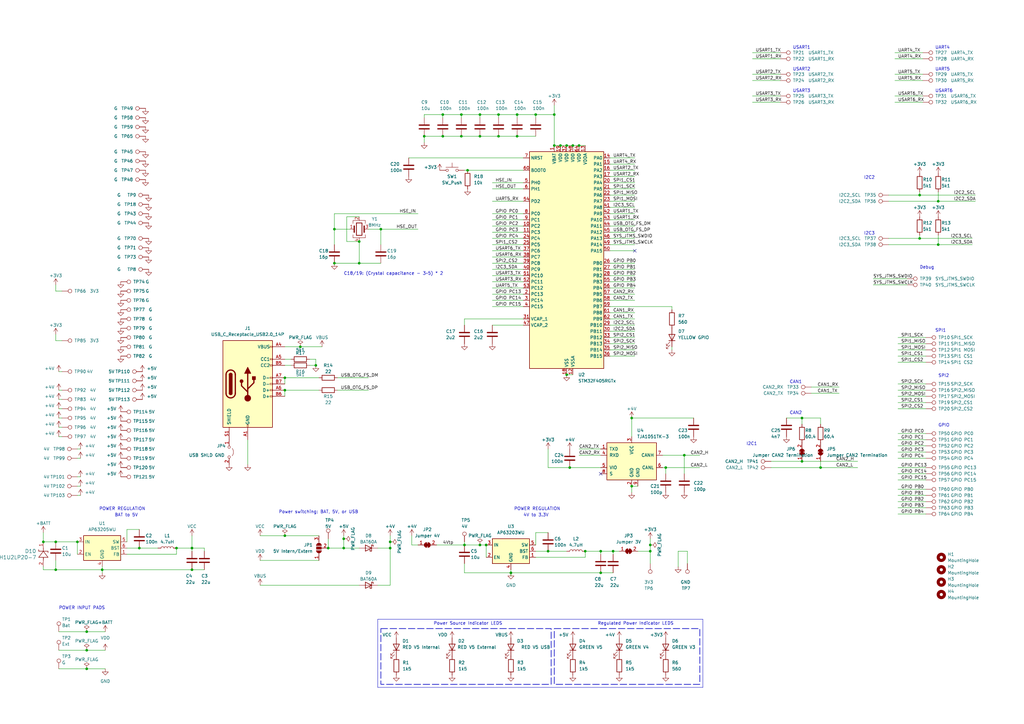
<source format=kicad_sch>
(kicad_sch (version 20230121) (generator eeschema)
  (paper "A3")
  (junction (at 336.55 191.77))
  (junction (at 140.97 224.79))
  (junction (at 199.39 223.52))
  (junction (at 35.56 259.08))
  (junction (at 72.39 224.79))
  (junction (at 196.85 55.88))
  (junction (at 227.33 59.69))
  (junction (at 227.33 46.99))
  (junction (at 229.87 59.69))
  (junction (at 259.08 199.39))
  (junction (at 384.81 82.55))
  (junction (at 384.81 100.33))
  (junction (at 240.03 226.06))
  (junction (at 78.74 224.79))
  (junction (at 328.93 189.23))
  (junction (at 246.38 226.06))
  (junction (at 181.61 46.99))
  (junction (at 22.86 233.68))
  (junction (at 219.71 46.99))
  (junction (at 189.23 55.88))
  (junction (at 377.19 97.79))
  (junction (at 173.99 55.88))
  (junction (at 137.16 107.95))
  (junction (at 190.5 223.52))
  (junction (at 160.02 224.79))
  (junction (at 160.02 222.25))
  (junction (at 251.46 226.06))
  (junction (at 116.84 219.71))
  (junction (at 204.47 55.88))
  (junction (at 35.56 274.32))
  (junction (at 266.7 226.06))
  (junction (at 134.62 224.79))
  (junction (at 41.91 233.68))
  (junction (at 266.7 223.52))
  (junction (at 123.19 142.24))
  (junction (at 189.23 46.99))
  (junction (at 246.38 234.95))
  (junction (at 78.74 233.68))
  (junction (at 234.95 59.69))
  (junction (at 232.41 59.69))
  (junction (at 224.79 226.06))
  (junction (at 116.84 154.94))
  (junction (at 22.86 222.25))
  (junction (at 156.21 93.98))
  (junction (at 116.84 160.02))
  (junction (at 233.68 191.77))
  (junction (at 181.61 55.88))
  (junction (at 328.93 171.45))
  (junction (at 137.16 93.98))
  (junction (at 17.78 222.25))
  (junction (at 57.15 224.79))
  (junction (at 212.09 55.88))
  (junction (at 147.32 107.95))
  (junction (at 129.54 149.86))
  (junction (at 209.55 234.95))
  (junction (at 237.49 59.69))
  (junction (at 196.85 46.99))
  (junction (at 280.67 186.69))
  (junction (at 377.19 80.01))
  (junction (at 31.75 222.25))
  (junction (at 140.97 220.98))
  (junction (at 35.56 266.7))
  (junction (at 273.05 191.77))
  (junction (at 232.41 153.67))
  (junction (at 259.08 171.45))
  (junction (at 196.85 223.52))
  (junction (at 204.47 46.99))
  (junction (at 147.32 99.06))
  (junction (at 191.77 69.85))
  (junction (at 212.09 46.99))
  (no_connect (at 246.38 194.31))
  (no_connect (at 260.35 102.87))
  (wire (pts (xy 17.78 233.68) (xy 22.86 233.68)))
  (wire (pts (xy 22.86 233.68) (xy 41.91 233.68)))
  (wire (pts (xy 322.58 171.45) (xy 328.93 171.45)))
  (wire (pts (xy 368.3 160.02) (xy 379.73 160.02)))
  (wire (pts (xy 129.54 147.32) (xy 129.54 149.86)))
  (wire (pts (xy 251.46 226.06) (xy 251.46 227.33)))
  (wire (pts (xy 160.02 224.79) (xy 160.02 240.03)))
  (wire (pts (xy 33.02 195.58) (xy 31.75 195.58)))
  (polyline (pts (xy 288.29 254) (xy 154.94 254)))
  (wire (pts (xy 234.95 59.69) (xy 232.41 59.69)))
  (wire (pts (xy 212.09 46.99) (xy 219.71 46.99)))
  (wire (pts (xy 204.47 55.88) (xy 212.09 55.88)))
  (wire (pts (xy 35.56 259.08) (xy 43.18 259.08)))
  (wire (pts (xy 140.97 224.79) (xy 147.32 224.79)))
  (wire (pts (xy 137.16 93.98) (xy 137.16 100.33)))
  (wire (pts (xy 250.19 133.35) (xy 260.35 133.35)))
  (wire (pts (xy 358.14 114.3) (xy 372.11 114.3)))
  (wire (pts (xy 24.13 171.45) (xy 25.4 171.45)))
  (wire (pts (xy 250.19 102.87) (xy 260.35 102.87)))
  (wire (pts (xy 308.61 39.37) (xy 320.04 39.37)))
  (wire (pts (xy 52.07 222.25) (xy 52.07 217.17)))
  (wire (pts (xy 250.19 90.17) (xy 260.35 90.17)))
  (wire (pts (xy 259.08 171.45) (xy 259.08 179.07)))
  (wire (pts (xy 201.93 105.41) (xy 214.63 105.41)))
  (wire (pts (xy 156.21 93.98) (xy 156.21 100.33)))
  (wire (pts (xy 52.07 227.33) (xy 72.39 227.33)))
  (wire (pts (xy 24.13 259.08) (xy 35.56 259.08)))
  (wire (pts (xy 78.74 219.71) (xy 78.74 224.79)))
  (wire (pts (xy 237.49 59.69) (xy 240.03 59.69)))
  (wire (pts (xy 250.19 72.39) (xy 260.35 72.39)))
  (wire (pts (xy 368.3 200.66) (xy 379.73 200.66)))
  (wire (pts (xy 137.16 107.95) (xy 147.32 107.95)))
  (wire (pts (xy 33.02 187.96) (xy 31.75 187.96)))
  (wire (pts (xy 190.5 231.14) (xy 190.5 234.95)))
  (wire (pts (xy 35.56 266.7) (xy 43.18 266.7)))
  (wire (pts (xy 201.93 107.95) (xy 214.63 107.95)))
  (wire (pts (xy 156.21 93.98) (xy 151.13 93.98)))
  (wire (pts (xy 190.5 222.25) (xy 190.5 223.52)))
  (wire (pts (xy 167.64 64.77) (xy 214.63 64.77)))
  (wire (pts (xy 116.84 219.71) (xy 130.81 219.71)))
  (wire (pts (xy 233.68 191.77) (xy 246.38 191.77)))
  (wire (pts (xy 24.13 179.07) (xy 25.4 179.07)))
  (wire (pts (xy 240.03 226.06) (xy 246.38 226.06)))
  (wire (pts (xy 308.61 21.59) (xy 320.04 21.59)))
  (wire (pts (xy 250.19 128.27) (xy 260.35 128.27)))
  (wire (pts (xy 189.23 55.88) (xy 196.85 55.88)))
  (polyline (pts (xy 154.94 254) (xy 154.94 281.94)))
  (wire (pts (xy 368.3 194.31) (xy 379.73 194.31)))
  (wire (pts (xy 201.93 100.33) (xy 214.63 100.33)))
  (wire (pts (xy 250.19 92.71) (xy 260.35 92.71)))
  (wire (pts (xy 250.19 135.89) (xy 260.35 135.89)))
  (wire (pts (xy 368.3 205.74) (xy 379.73 205.74)))
  (wire (pts (xy 328.93 171.45) (xy 336.55 171.45)))
  (wire (pts (xy 316.23 191.77) (xy 336.55 191.77)))
  (wire (pts (xy 25.4 139.7) (xy 22.86 139.7)))
  (wire (pts (xy 224.79 184.15) (xy 224.79 191.77)))
  (wire (pts (xy 364.49 100.33) (xy 384.81 100.33)))
  (wire (pts (xy 232.41 153.67) (xy 234.95 153.67)))
  (wire (pts (xy 250.19 138.43) (xy 260.35 138.43)))
  (wire (pts (xy 201.93 82.55) (xy 214.63 82.55)))
  (wire (pts (xy 224.79 226.06) (xy 232.41 226.06)))
  (wire (pts (xy 368.3 187.96) (xy 379.73 187.96)))
  (wire (pts (xy 316.23 189.23) (xy 328.93 189.23)))
  (wire (pts (xy 204.47 46.99) (xy 204.47 48.26)))
  (wire (pts (xy 278.13 232.41) (xy 278.13 226.06)))
  (wire (pts (xy 22.86 116.84) (xy 22.86 119.38)))
  (wire (pts (xy 368.3 167.64) (xy 379.73 167.64)))
  (wire (pts (xy 201.93 125.73) (xy 214.63 125.73)))
  (wire (pts (xy 250.19 123.19) (xy 260.35 123.19)))
  (wire (pts (xy 377.19 96.52) (xy 377.19 97.79)))
  (wire (pts (xy 147.32 107.95) (xy 156.21 107.95)))
  (wire (pts (xy 250.19 95.25) (xy 260.35 95.25)))
  (wire (pts (xy 368.3 180.34) (xy 379.73 180.34)))
  (wire (pts (xy 384.81 82.55) (xy 400.05 82.55)))
  (wire (pts (xy 250.19 120.65) (xy 260.35 120.65)))
  (wire (pts (xy 173.99 48.26) (xy 173.99 46.99)))
  (wire (pts (xy 33.02 203.2) (xy 31.75 203.2)))
  (wire (pts (xy 240.03 228.6) (xy 240.03 226.06)))
  (wire (pts (xy 201.93 90.17) (xy 214.63 90.17)))
  (wire (pts (xy 181.61 46.99) (xy 189.23 46.99)))
  (wire (pts (xy 367.03 41.91) (xy 378.46 41.91)))
  (wire (pts (xy 189.23 46.99) (xy 189.23 48.26)))
  (wire (pts (xy 332.74 158.75) (xy 344.17 158.75)))
  (wire (pts (xy 280.67 194.31) (xy 280.67 186.69)))
  (wire (pts (xy 275.59 125.73) (xy 275.59 127)))
  (wire (pts (xy 281.94 226.06) (xy 281.94 231.14)))
  (wire (pts (xy 201.93 97.79) (xy 214.63 97.79)))
  (wire (pts (xy 106.68 229.87) (xy 130.81 229.87)))
  (wire (pts (xy 52.07 217.17) (xy 57.15 217.17)))
  (wire (pts (xy 219.71 228.6) (xy 240.03 228.6)))
  (wire (pts (xy 33.02 184.15) (xy 31.75 184.15)))
  (wire (pts (xy 173.99 55.88) (xy 181.61 55.88)))
  (wire (pts (xy 25.4 119.38) (xy 22.86 119.38)))
  (wire (pts (xy 377.19 78.74) (xy 377.19 80.01)))
  (wire (pts (xy 219.71 218.44) (xy 219.71 223.52)))
  (wire (pts (xy 308.61 24.13) (xy 320.04 24.13)))
  (wire (pts (xy 368.3 185.42) (xy 379.73 185.42)))
  (wire (pts (xy 259.08 201.93) (xy 259.08 199.39)))
  (wire (pts (xy 156.21 93.98) (xy 171.45 93.98)))
  (wire (pts (xy 328.93 189.23) (xy 351.79 189.23)))
  (wire (pts (xy 201.93 110.49) (xy 214.63 110.49)))
  (wire (pts (xy 123.19 142.24) (xy 132.08 142.24)))
  (wire (pts (xy 24.13 160.02) (xy 25.4 160.02)))
  (wire (pts (xy 246.38 226.06) (xy 251.46 226.06)))
  (wire (pts (xy 227.33 43.18) (xy 227.33 46.99)))
  (wire (pts (xy 190.5 234.95) (xy 209.55 234.95)))
  (wire (pts (xy 209.55 234.95) (xy 246.38 234.95)))
  (wire (pts (xy 116.84 154.94) (xy 130.81 154.94)))
  (wire (pts (xy 201.93 74.93) (xy 214.63 74.93)))
  (wire (pts (xy 250.19 69.85) (xy 260.35 69.85)))
  (wire (pts (xy 181.61 46.99) (xy 181.61 48.26)))
  (wire (pts (xy 160.02 219.71) (xy 160.02 222.25)))
  (polyline (pts (xy 154.94 281.94) (xy 288.29 281.94)))
  (wire (pts (xy 250.19 146.05) (xy 260.35 146.05)))
  (wire (pts (xy 368.3 196.85) (xy 379.73 196.85)))
  (wire (pts (xy 368.3 191.77) (xy 379.73 191.77)))
  (wire (pts (xy 179.07 223.52) (xy 190.5 223.52)))
  (wire (pts (xy 134.62 220.98) (xy 134.62 224.79)))
  (wire (pts (xy 250.19 100.33) (xy 260.35 100.33)))
  (wire (pts (xy 171.45 223.52) (xy 168.91 223.52)))
  (wire (pts (xy 106.68 219.71) (xy 116.84 219.71)))
  (wire (pts (xy 261.62 226.06) (xy 266.7 226.06)))
  (wire (pts (xy 368.3 140.97) (xy 379.73 140.97)))
  (wire (pts (xy 201.93 133.35) (xy 214.63 133.35)))
  (wire (pts (xy 250.19 97.79) (xy 260.35 97.79)))
  (wire (pts (xy 22.86 229.87) (xy 22.86 233.68)))
  (wire (pts (xy 368.3 177.8) (xy 379.73 177.8)))
  (wire (pts (xy 368.3 148.59) (xy 379.73 148.59)))
  (wire (pts (xy 250.19 115.57) (xy 260.35 115.57)))
  (wire (pts (xy 119.38 147.32) (xy 116.84 147.32)))
  (wire (pts (xy 168.91 223.52) (xy 168.91 219.71)))
  (wire (pts (xy 137.16 87.63) (xy 171.45 87.63)))
  (wire (pts (xy 229.87 59.69) (xy 232.41 59.69)))
  (polyline (pts (xy 288.29 281.94) (xy 288.29 254)))
  (wire (pts (xy 367.03 39.37) (xy 378.46 39.37)))
  (wire (pts (xy 278.13 226.06) (xy 281.94 226.06)))
  (wire (pts (xy 237.49 186.69) (xy 246.38 186.69)))
  (wire (pts (xy 116.84 149.86) (xy 119.38 149.86)))
  (wire (pts (xy 138.43 160.02) (xy 151.13 160.02)))
  (wire (pts (xy 24.13 175.26) (xy 25.4 175.26)))
  (wire (pts (xy 41.91 233.68) (xy 41.91 234.95)))
  (wire (pts (xy 250.19 85.09) (xy 260.35 85.09)))
  (wire (pts (xy 127 149.86) (xy 129.54 149.86)))
  (wire (pts (xy 22.86 137.16) (xy 22.86 139.7)))
  (wire (pts (xy 209.55 234.95) (xy 209.55 233.68)))
  (wire (pts (xy 336.55 189.23) (xy 336.55 191.77)))
  (wire (pts (xy 101.6 190.5) (xy 101.6 180.34)))
  (wire (pts (xy 237.49 59.69) (xy 234.95 59.69)))
  (wire (pts (xy 377.19 97.79) (xy 364.49 97.79)))
  (wire (pts (xy 147.32 99.06) (xy 147.32 107.95)))
  (wire (pts (xy 250.19 110.49) (xy 260.35 110.49)))
  (wire (pts (xy 273.05 191.77) (xy 287.02 191.77)))
  (wire (pts (xy 250.19 82.55) (xy 260.35 82.55)))
  (wire (pts (xy 212.09 55.88) (xy 219.71 55.88)))
  (wire (pts (xy 24.13 274.32) (xy 35.56 274.32)))
  (wire (pts (xy 35.56 274.32) (xy 43.18 274.32)))
  (wire (pts (xy 134.62 224.79) (xy 140.97 224.79)))
  (wire (pts (xy 160.02 222.25) (xy 160.02 224.79)))
  (wire (pts (xy 271.78 191.77) (xy 273.05 191.77)))
  (wire (pts (xy 250.19 80.01) (xy 260.35 80.01)))
  (wire (pts (xy 368.3 210.82) (xy 379.73 210.82)))
  (wire (pts (xy 154.94 224.79) (xy 160.02 224.79)))
  (wire (pts (xy 78.74 224.79) (xy 83.82 224.79)))
  (wire (pts (xy 259.08 171.45) (xy 284.48 171.45)))
  (wire (pts (xy 275.59 125.73) (xy 250.19 125.73)))
  (wire (pts (xy 227.33 46.99) (xy 227.33 59.69)))
  (wire (pts (xy 250.19 74.93) (xy 260.35 74.93)))
  (wire (pts (xy 127 147.32) (xy 129.54 147.32)))
  (wire (pts (xy 368.3 157.48) (xy 379.73 157.48)))
  (wire (pts (xy 368.3 143.51) (xy 379.73 143.51)))
  (wire (pts (xy 271.78 186.69) (xy 280.67 186.69)))
  (wire (pts (xy 219.71 226.06) (xy 224.79 226.06)))
  (wire (pts (xy 41.91 233.68) (xy 41.91 232.41)))
  (wire (pts (xy 364.49 82.55) (xy 384.81 82.55)))
  (wire (pts (xy 266.7 223.52) (xy 266.7 226.06)))
  (wire (pts (xy 116.84 142.24) (xy 123.19 142.24)))
  (wire (pts (xy 190.5 223.52) (xy 196.85 223.52)))
  (wire (pts (xy 138.43 154.94) (xy 151.13 154.94)))
  (wire (pts (xy 275.59 142.24) (xy 275.59 143.51)))
  (wire (pts (xy 201.93 118.11) (xy 214.63 118.11)))
  (wire (pts (xy 140.97 220.98) (xy 140.97 224.79)))
  (wire (pts (xy 17.78 233.68) (xy 17.78 232.41)))
  (wire (pts (xy 368.3 208.28) (xy 379.73 208.28)))
  (wire (pts (xy 196.85 46.99) (xy 204.47 46.99)))
  (wire (pts (xy 142.24 88.9) (xy 142.24 99.06)))
  (wire (pts (xy 24.13 152.4) (xy 25.4 152.4)))
  (wire (pts (xy 196.85 55.88) (xy 204.47 55.88)))
  (wire (pts (xy 227.33 59.69) (xy 229.87 59.69)))
  (wire (pts (xy 201.93 95.25) (xy 214.63 95.25)))
  (wire (pts (xy 190.5 69.85) (xy 191.77 69.85)))
  (wire (pts (xy 147.32 99.06) (xy 142.24 99.06)))
  (wire (pts (xy 250.19 64.77) (xy 260.35 64.77)))
  (wire (pts (xy 196.85 223.52) (xy 199.39 223.52)))
  (wire (pts (xy 137.16 87.63) (xy 137.16 93.98)))
  (wire (pts (xy 273.05 191.77) (xy 273.05 194.31)))
  (wire (pts (xy 72.39 227.33) (xy 72.39 224.79)))
  (wire (pts (xy 17.78 222.25) (xy 22.86 222.25)))
  (wire (pts (xy 336.55 191.77) (xy 351.79 191.77)))
  (wire (pts (xy 106.68 240.03) (xy 147.32 240.03)))
  (wire (pts (xy 368.3 138.43) (xy 379.73 138.43)))
  (wire (pts (xy 250.19 118.11) (xy 260.35 118.11)))
  (wire (pts (xy 173.99 46.99) (xy 181.61 46.99)))
  (wire (pts (xy 266.7 220.98) (xy 266.7 223.52)))
  (wire (pts (xy 368.3 203.2) (xy 379.73 203.2)))
  (wire (pts (xy 280.67 186.69) (xy 287.02 186.69)))
  (wire (pts (xy 33.02 199.39) (xy 31.75 199.39)))
  (wire (pts (xy 24.13 266.7) (xy 35.56 266.7)))
  (wire (pts (xy 246.38 234.95) (xy 251.46 234.95)))
  (wire (pts (xy 201.93 87.63) (xy 214.63 87.63)))
  (wire (pts (xy 384.81 100.33) (xy 398.78 100.33)))
  (wire (pts (xy 199.39 223.52) (xy 199.39 228.6)))
  (wire (pts (xy 367.03 30.48) (xy 378.46 30.48)))
  (wire (pts (xy 237.49 184.15) (xy 246.38 184.15)))
  (wire (pts (xy 173.99 58.42) (xy 173.99 55.88)))
  (wire (pts (xy 52.07 224.79) (xy 57.15 224.79)))
  (wire (pts (xy 24.13 163.83) (xy 25.4 163.83)))
  (wire (pts (xy 246.38 226.06) (xy 246.38 227.33)))
  (wire (pts (xy 250.19 107.95) (xy 260.35 107.95)))
  (wire (pts (xy 219.71 218.44) (xy 224.79 218.44)))
  (wire (pts (xy 358.14 116.84) (xy 372.11 116.84)))
  (wire (pts (xy 367.03 33.02) (xy 378.46 33.02)))
  (wire (pts (xy 72.39 224.79) (xy 78.74 224.79)))
  (wire (pts (xy 250.19 130.81) (xy 260.35 130.81)))
  (wire (pts (xy 384.81 96.52) (xy 384.81 100.33)))
  (wire (pts (xy 201.93 102.87) (xy 214.63 102.87)))
  (wire (pts (xy 368.3 162.56) (xy 379.73 162.56)))
  (wire (pts (xy 24.13 167.64) (xy 25.4 167.64)))
  (wire (pts (xy 336.55 171.45) (xy 336.55 173.99)))
  (wire (pts (xy 116.84 154.94) (xy 116.84 157.48)))
  (wire (pts (xy 140.97 219.71) (xy 140.97 220.98)))
  (wire (pts (xy 189.23 46.99) (xy 196.85 46.99)))
  (wire (pts (xy 181.61 55.88) (xy 189.23 55.88)))
  (wire (pts (xy 332.74 161.29) (xy 344.17 161.29)))
  (wire (pts (xy 219.71 46.99) (xy 227.33 46.99)))
  (wire (pts (xy 377.19 80.01) (xy 400.05 80.01)))
  (wire (pts (xy 201.93 113.03) (xy 214.63 113.03)))
  (wire (pts (xy 154.94 240.03) (xy 160.02 240.03)))
  (wire (pts (xy 31.75 222.25) (xy 31.75 227.33)))
  (wire (pts (xy 250.19 140.97) (xy 260.35 140.97)))
  (wire (pts (xy 377.19 80.01) (xy 364.49 80.01)))
  (wire (pts (xy 368.3 165.1) (xy 379.73 165.1)))
  (wire (pts (xy 250.19 77.47) (xy 260.35 77.47)))
  (wire (pts (xy 57.15 224.79) (xy 64.77 224.79)))
  (wire (pts (xy 78.74 233.68) (xy 83.82 233.68)))
  (wire (pts (xy 147.32 88.9) (xy 142.24 88.9)))
  (wire (pts (xy 196.85 46.99) (xy 196.85 48.26)))
  (wire (pts (xy 259.08 199.39) (xy 261.62 199.39)))
  (wire (pts (xy 308.61 30.48) (xy 320.04 30.48)))
  (wire (pts (xy 377.19 97.79) (xy 398.78 97.79)))
  (wire (pts (xy 201.93 123.19) (xy 214.63 123.19)))
  (wire (pts (xy 22.86 222.25) (xy 31.75 222.25)))
  (wire (pts (xy 308.61 41.91) (xy 320.04 41.91)))
  (wire (pts (xy 78.74 224.79) (xy 78.74 226.06)))
  (wire (pts (xy 250.19 113.03) (xy 260.35 113.03)))
  (wire (pts (xy 17.78 218.44) (xy 17.78 222.25)))
  (wire (pts (xy 308.61 33.02) (xy 320.04 33.02)))
  (wire (pts (xy 250.19 67.31) (xy 260.35 67.31)))
  (wire (pts (xy 266.7 231.14) (xy 266.7 226.06)))
  (wire (pts (xy 201.93 120.65) (xy 214.63 120.65)))
  (wire (pts (xy 254 226.06) (xy 251.46 226.06)))
  (wire (pts (xy 384.81 78.74) (xy 384.81 82.55)))
  (wire (pts (xy 190.5 133.35) (xy 190.5 130.81)))
  (wire (pts (xy 201.93 77.47) (xy 214.63 77.47)))
  (wire (pts (xy 328.93 173.99) (xy 328.93 171.45)))
  (wire (pts (xy 367.03 24.13) (xy 378.46 24.13)))
  (wire (pts (xy 116.84 160.02) (xy 130.81 160.02)))
  (wire (pts (xy 190.5 130.81) (xy 214.63 130.81)))
  (wire (pts (xy 201.93 115.57) (xy 214.63 115.57)))
  (wire (pts (xy 250.19 87.63) (xy 260.35 87.63)))
  (wire (pts (xy 116.84 160.02) (xy 116.84 162.56)))
  (wire (pts (xy 209.55 234.95) (xy 209.55 236.22)))
  (wire (pts (xy 250.19 143.51) (xy 260.35 143.51)))
  (wire (pts (xy 204.47 46.99) (xy 212.09 46.99)))
  (wire (pts (xy 367.03 21.59) (xy 378.46 21.59)))
  (wire (pts (xy 368.3 146.05) (xy 379.73 146.05)))
  (wire (pts (xy 191.77 69.85) (xy 214.63 69.85)))
  (wire (pts (xy 41.91 233.68) (xy 78.74 233.68)))
  (wire (pts (xy 219.71 48.26) (xy 219.71 46.99)))
  (wire (pts (xy 83.82 224.79) (xy 83.82 226.06)))
  (wire (pts (xy 201.93 92.71) (xy 214.63 92.71)))
  (wire (pts (xy 137.16 93.98) (xy 143.51 93.98)))
  (wire (pts (xy 368.3 182.88) (xy 379.73 182.88)))
  (wire (pts (xy 212.09 46.99) (xy 212.09 48.26)))
  (wire (pts (xy 224.79 191.77) (xy 233.68 191.77)))
  (rectangle (start 227.33 257.81) (end 287.02 280.67) (stroke (width 0.25) (type dash)))
  (rectangle (start 156.21 257.81) (end 226.06 280.67) (stroke (width 0.25) (type dash)))
  (text "UART4" (at 383.54 20.32 0) (effects (font (size 1.27 1.27)) (justify left bottom)))
  (text "GPIO" (at 384.81 175.26 0) (effects (font (size 1.27 1.27)) (justify left bottom)))
  (text "4V to 3.3V" (at 214.63 212.09 0) (effects (font (size 1.27 1.27)) (justify left bottom)))
  (text "Debug\n" (at 377.19 110.49 0) (effects (font (size 1.27 1.27)) (justify left bottom)))
  (text "Power switching: BAT, 5V, or USB" (at 114.3 210.82 0) (effects (font (size 1.27 1.27)) (justify left bottom)))
  (text "Power Source Indicator LEDS" (at 177.8 256.54 0) (effects (font (size 1.27 1.27)) (justify left bottom)))
  (text "CAN1" (at 323.85 157.48 0) (effects (font (size 1.27 1.27)) (justify left bottom)))
  (text "POWER REGULATION" (at 40.64 209.55 0) (effects (font (size 1.27 1.27)) (justify left bottom)))
  (text "I2C1\n" (at 306.07 182.88 0) (effects (font (size 1.27 1.27)) (justify left bottom)))
  (text "BAT to 5V" (at 46.99 212.09 0) (effects (font (size 1.27 1.27)) (justify left bottom)))
  (text "UART5" (at 383.54 29.21 0) (effects (font (size 1.27 1.27)) (justify left bottom)))
  (text "I2C3\n" (at 354.33 96.52 0) (effects (font (size 1.27 1.27)) (justify left bottom)))
  (text "POWER REGULATION" (at 210.82 209.55 0) (effects (font (size 1.27 1.27)) (justify left bottom)))
  (text "USART2\n" (at 325.12 29.21 0) (effects (font (size 1.27 1.27)) (justify left bottom)))
  (text "SPI2\n" (at 384.81 154.94 0) (effects (font (size 1.27 1.27)) (justify left bottom)))
  (text "SPI1\n\n" (at 383.54 138.43 0) (effects (font (size 1.27 1.27)) (justify left bottom)))
  (text "USART3" (at 325.12 38.1 0) (effects (font (size 1.27 1.27)) (justify left bottom)))
  (text "POWER INPUT PADS" (at 24.13 250.19 0) (effects (font (size 1.27 1.27)) (justify left bottom)))
  (text "I2C2\n" (at 354.33 73.66 0) (effects (font (size 1.27 1.27)) (justify left bottom)))
  (text "USART6" (at 383.54 38.1 0) (effects (font (size 1.27 1.27)) (justify left bottom)))
  (text "C18/19: (Crystal capacitance - 3~5) * 2" (at 140.97 113.03 0) (effects (font (size 1.27 1.27)) (justify left bottom)))
  (text "USART1" (at 325.12 20.32 0) (effects (font (size 1.27 1.27)) (justify left bottom)))
  (text "CAN2" (at 323.85 170.18 0) (effects (font (size 1.27 1.27)) (justify left bottom)))
  (text "Regulated Power Indicator LEDS" (at 245.11 256.54 0) (effects (font (size 1.27 1.27)) (justify left bottom)))
  (label "I2C2_SDA" (at 251.46 135.89 0))
  (label "USART3_TX" (at 203.2 113.03 0))
  (label "USART2_RX" (at 309.88 33.02 0))
  (label "USB_OTG_FS_DM" (at 251.46 92.71 0))
  (label "SPI2_SCK" (at 251.46 140.97 0))
  (label "SPI1_CS1" (at 251.46 74.93 0))
  (label "GPIO PC14" (at 203.2 123.19 0))
  (label "GPIO PB2" (at 251.46 113.03 0))
  (label "UART4_TX" (at 251.46 64.77 0))
  (label "UART5_TX" (at 203.2 118.11 0))
  (label "SPI1_MISO" (at 369.57 140.97 0))
  (label "SPI1_SCK" (at 369.57 138.43 0))
  (label "USB_OTG_FS_DP" (at 251.46 95.25 0))
  (label "GPIO PB2" (at 369.57 205.74 0))
  (label "HSE_IN" (at 163.83 87.63 0))
  (label "SPI1_MOSI" (at 369.57 143.51 0))
  (label "GPIO PC13" (at 203.2 120.65 0))
  (label "GPIO PC13" (at 369.57 191.77 0))
  (label "USART6_TX" (at 368.3 39.37 0))
  (label "USART6_RX" (at 203.2 105.41 0))
  (label "HSE_OUT" (at 162.56 93.98 0))
  (label "USART6_TX" (at 203.2 102.87 0))
  (label "USART1_RX" (at 309.88 24.13 0))
  (label "CAN1_RX" (at 251.46 128.27 0))
  (label "GPIO PC4" (at 369.57 187.96 0))
  (label "CAN2_RX" (at 237.49 186.69 0))
  (label "I2C3_SDA" (at 389.89 100.33 0))
  (label "USART3_TX" (at 309.88 39.37 0))
  (label "CAN2_RX" (at 251.46 120.65 0))
  (label "GPIO PC3" (at 369.57 185.42 0))
  (label "USART1_RX" (at 251.46 90.17 0))
  (label "SPI1_CS2" (at 369.57 148.59 0))
  (label "SYS_JTMS_SWDIO" (at 251.46 97.79 0))
  (label "UART4_RX" (at 368.3 24.13 0))
  (label "I2C3_SDA" (at 203.2 110.49 0))
  (label "SPI1_CS1" (at 369.57 146.05 0))
  (label "I2C2_SDA" (at 391.16 82.55 0))
  (label "GPIO PB0" (at 369.57 200.66 0))
  (label "USB_OTG_FS_DM" (at 139.7 154.94 0))
  (label "CAN2_H" (at 342.9 189.23 0))
  (label "UART5_RX" (at 368.3 33.02 0))
  (label "I2C2_SCL" (at 251.46 133.35 0))
  (label "GPIO PB0" (at 251.46 107.95 0))
  (label "SPI2_SCK" (at 369.57 157.48 0))
  (label "SPI2_CS1" (at 251.46 138.43 0))
  (label "CAN2_L" (at 283.21 191.77 0))
  (label "GPIO PB4" (at 251.46 118.11 0))
  (label "SPI1_SCK" (at 251.46 77.47 0))
  (label "SPI2_MOSI" (at 251.46 146.05 0))
  (label "GPIO PC2" (at 203.2 92.71 0))
  (label "CAN1_RX" (at 335.28 158.75 0))
  (label "CAN1_TX" (at 251.46 130.81 0))
  (label "USART3_RX" (at 203.2 115.57 0))
  (label "GPIO PC1" (at 203.2 90.17 0))
  (label "SPI2_CS2" (at 369.57 167.64 0))
  (label "SYS_JTMS_SWDIO" (at 358.14 114.3 0))
  (label "SPI1_CS2" (at 203.2 100.33 0))
  (label "GPIO PC15" (at 369.57 196.85 0))
  (label "HSE_OUT" (at 203.2 77.47 0))
  (label "SYS_JTMS_SWCLK" (at 251.46 100.33 0))
  (label "SPI2_MISO" (at 251.46 143.51 0))
  (label "CAN2_L" (at 342.9 191.77 0))
  (label "UART5_TX" (at 368.3 30.48 0))
  (label "CAN2_TX" (at 251.46 123.19 0))
  (label "CAN1_TX" (at 335.28 161.29 0))
  (label "UART4_RX" (at 251.46 67.31 0))
  (label "GPIO PC0" (at 203.2 87.63 0))
  (label "USART2_TX" (at 251.46 69.85 0))
  (label "GPIO PB4" (at 369.57 210.82 0))
  (label "GPIO PC3" (at 203.2 95.25 0))
  (label "USART3_RX" (at 309.88 41.91 0))
  (label "SPI2_MOSI" (at 369.57 162.56 0))
  (label "GPIO PC4" (at 203.2 97.79 0))
  (label "GPIO PB1" (at 369.57 203.2 0))
  (label "USART6_RX" (at 368.3 41.91 0))
  (label "GPIO PB3" (at 369.57 208.28 0))
  (label "GPIO PC1" (at 369.57 180.34 0))
  (label "SPI2_MISO" (at 369.57 160.02 0))
  (label "USART2_RX" (at 251.46 72.39 0))
  (label "UART5_RX" (at 203.2 82.55 0))
  (label "UART4_TX" (at 368.3 21.59 0))
  (label "USART2_TX" (at 309.88 30.48 0))
  (label "USART1_TX" (at 309.88 21.59 0))
  (label "I2C2_SCL" (at 391.16 80.01 0))
  (label "GPIO PB1" (at 251.46 110.49 0))
  (label "GPIO PC14" (at 369.57 194.31 0))
  (label "SPI1_MISO" (at 251.46 80.01 0))
  (label "HSE_IN" (at 203.2 74.93 0))
  (label "USB_OTG_FS_DP" (at 139.7 160.02 0))
  (label "CAN2_TX" (at 237.49 184.15 0))
  (label "SPI1_MOSI" (at 251.46 82.55 0))
  (label "USART1_TX" (at 251.46 87.63 0))
  (label "I2C3_SCL" (at 251.46 85.09 0))
  (label "GPIO PB3" (at 251.46 115.57 0))
  (label "SPI2_CS1" (at 369.57 165.1 0))
  (label "SPI2_CS2" (at 203.2 107.95 0))
  (label "4Vtp" (at 181.61 223.52 0))
  (label "GPIO PC2" (at 369.57 182.88 0))
  (label "GPIO PC0" (at 369.57 177.8 0))
  (label "CAN2_H" (at 283.21 186.69 0))
  (label "GPIO PC15" (at 203.2 125.73 0))
  (label "I2C3_SCL" (at 389.89 97.79 0))
  (label "SYS_JTMS_SWCLK" (at 358.14 116.84 0))
  (symbol (lib_id "Jumper:Jumper_2_Open") (at 93.98 185.42 270) (unit 1) (in_bom no)
    (property "Reference" "JP4" (at 88.9 182.88 90) (effects (justify left)))
    (property "Value" "USB SHLD GND" (at 77.47 186.69 90) (effects (justify left)))
    (property "Footprint" "Jumper:SolderJumper-2_P1.3mm_Open_Pad1.0x1.5mm" (effects hide))
    (property "Note" "DNP" (effects hide))
  )
  (symbol (lib_id "Device:L") (at 236.22 226.06 90) (unit 1)
    (property "Reference" "L2" (at 236.22 220.98 90))
    (property "Value" "4.7uH" (at 236.22 223.52 90))
    (property "Footprint" "Inductor_SMD:L_0603_1608Metric" (effects hide))
    (property "Manufactorer" "Shenzen" (effects hide))
    (property "Part Number" "SDFL1608Q4R7KTF" (effects hide))
  )
  (symbol (lib_id "power:+5V") (at 58.42 163.83 0) (mirror y) (unit 1)
    (property "Reference" "#PWR067" (effects hide))
    (property "Value" "+5V" (at 62.23 162.56 0))
  )
  (symbol (lib_id "Connector:TestPoint") (at 49.53 134.62 270) (unit 1) (in_bom no)
    (property "Reference" "TP79" (at 54.61 134.62 90) (effects (justify left)))
    (property "Value" "G" (at 60.96 134.62 90) (effects (justify left)))
    (property "Footprint" "ProjectLibrary:TestPoint_Pad_1.0x1.5mm" (effects hide))
    (property "Note" "DNP" (effects hide))
  )
  (symbol (lib_name "GND_1") (lib_id "power:GND") (at 191.77 77.47 0) (unit 1)
    (property "Reference" "#PWR037" (effects hide))
    (property "Value" "GND" (effects hide))
  )
  (symbol (lib_name "GND_1") (lib_id "power:GND") (at 59.69 62.23 0) (unit 1)
    (property "Reference" "#PWR090" (effects hide))
    (property "Value" "GND" (effects hide))
  )
  (symbol (lib_id "power:PWR_FLAG") (at 123.19 142.24 0) (unit 1)
    (property "Reference" "#FLG05" (effects hide))
    (property "Value" "PWR_FLAG" (at 123.19 138.43 0))
  )
  (symbol (lib_id "power:+5V") (at 140.97 219.71 0) (unit 1)
    (property "Reference" "#PWR010" (effects hide))
    (property "Value" "+5V" (at 140.97 215.9 0))
  )
  (symbol (lib_id "Device:C") (at 233.68 187.96 0) (unit 1)
    (property "Reference" "C24" (at 227.33 186.69 0) (effects (justify left)))
    (property "Value" "100n" (at 226.06 189.23 0) (effects (justify left)))
    (property "Footprint" "Capacitor_SMD:C_0402_1005Metric" (effects hide))
    (property "Manufactorer" "YAGEO" (effects hide))
    (property "Part Number" "CC0402KRX7R7BB104" (effects hide))
    (property "Voltage" "16" (effects hide))
  )
  (symbol (lib_id "Device:R") (at 377.19 74.93 0) (unit 1)
    (property "Reference" "R10" (at 378.46 73.66 0) (effects (justify left)))
    (property "Value" "5k1" (at 378.46 76.2 0) (effects (justify left)))
    (property "Footprint" "Resistor_SMD:R_0402_1005Metric" (effects hide))
    (property "Manufactorer" "YAGEO" (effects hide))
    (property "Part Number" "RC0402FR-075K1L" (effects hide))
  )
  (symbol (lib_id "Device:R") (at 328.93 177.8 0) (unit 1)
    (property "Reference" "R8" (at 330.2 176.53 0) (effects (justify left)))
    (property "Value" "60.4" (at 330.2 179.07 0) (effects (justify left)))
    (property "Footprint" "Resistor_SMD:R_0402_1005Metric" (effects hide))
    (property "Manufactorer" "YAGEO" (effects hide))
    (property "Part Number" "RC0402FR-0760R4L" (effects hide))
  )
  (symbol (lib_name "GND_1") (lib_id "power:GND") (at 60.96 91.44 0) (unit 1)
    (property "Reference" "#PWR085" (effects hide))
    (property "Value" "GND" (effects hide))
  )
  (symbol (lib_name "GND_1") (lib_id "power:GND") (at 275.59 143.51 0) (unit 1)
    (property "Reference" "#PWR061" (effects hide))
    (property "Value" "GND" (effects hide))
  )
  (symbol (lib_name "GND_1") (lib_id "power:GND") (at 60.96 97.79 0) (unit 1)
    (property "Reference" "#PWR058" (effects hide))
    (property "Value" "GND" (effects hide))
  )
  (symbol (lib_id "power:+4V") (at 24.13 160.02 0) (unit 1)
    (property "Reference" "#PWR042" (effects hide))
    (property "Value" "+4V" (at 20.32 158.75 0))
  )
  (symbol (lib_id "power:VDD") (at 185.42 261.62 0) (unit 1)
    (property "Reference" "#PWR018" (effects hide))
    (property "Value" "VDD" (at 181.61 260.35 0))
  )
  (symbol (lib_id "Device:LED") (at 162.56 265.43 270) (mirror x) (unit 1)
    (property "Reference" "D1" (at 166.37 262.89 90))
    (property "Value" "RED V5 Internal" (at 172.72 265.43 90))
    (property "Footprint" "LED_SMD:LED_0603_1608Metric" (effects hide))
    (property "Color" "Red" (effects hide))
    (property "Manufactorer" "Lite-On" (effects hide))
    (property "Part Number" "LTST-C191KRKT" (effects hide))
  )
  (symbol (lib_id "Connector:TestPoint") (at 378.46 21.59 270) (unit 1) (in_bom no)
    (property "Reference" "TP27" (at 383.54 21.59 90) (effects (justify left)))
    (property "Value" "UART4_TX" (at 389.89 21.59 90) (effects (justify left)))
    (property "Footprint" "ProjectLibrary:TestPoint_Pad_1.0x1.5mm" (effects hide))
    (property "Note" "DNP" (effects hide))
  )
  (symbol (lib_id "Connector:TestPoint") (at 364.49 82.55 90) (mirror x) (unit 1) (in_bom no)
    (property "Reference" "TP36" (at 359.41 82.55 90) (effects (justify left)))
    (property "Value" "I2C2_SDA" (at 353.06 82.55 90) (effects (justify left)))
    (property "Footprint" "ProjectLibrary:TestPoint_Pad_1.0x1.5mm" (effects hide))
    (property "Note" "DNP" (effects hide))
  )
  (symbol (lib_id "Connector:TestPoint") (at 49.53 195.58 270) (unit 1) (in_bom no)
    (property "Reference" "TP121" (at 54.61 195.58 90) (effects (justify left)))
    (property "Value" "5V" (at 60.96 195.58 90) (effects (justify left)))
    (property "Footprint" "ProjectLibrary:TestPoint_Pad_1.0x1.5mm" (effects hide))
    (property "Note" "DNP" (effects hide))
  )
  (symbol (lib_id "Device:C") (at 280.67 198.12 0) (unit 1)
    (property "Reference" "C22" (at 284.48 198.12 0) (effects (justify left)))
    (property "Value" "100p" (at 284.48 200.66 0) (effects (justify left)))
    (property "Footprint" "Capacitor_SMD:C_0402_1005Metric" (effects hide))
    (property "Manufactorer" "YAGEO" (effects hide))
    (property "Part Number" "CC0402KRX7R7BB101" (effects hide))
    (property "Voltage" "16" (effects hide))
  )
  (symbol (lib_name "GND_1") (lib_id "power:GND") (at 232.41 153.67 0) (unit 1)
    (property "Reference" "#PWR034" (effects hide))
    (property "Value" "GND" (effects hide))
  )
  (symbol (lib_id "Connector:TestPoint") (at 59.69 62.23 90) (mirror x) (unit 1) (in_bom no)
    (property "Reference" "TP45" (at 54.61 62.23 90) (effects (justify left)))
    (property "Value" "G" (at 48.26 62.23 90) (effects (justify left)))
    (property "Footprint" "ProjectLibrary:TestPoint_Pad_1.0x1.5mm" (effects hide))
    (property "Note" "DNP" (effects hide))
  )
  (symbol (lib_name "GND_1") (lib_id "power:GND") (at 59.69 48.26 0) (unit 1)
    (property "Reference" "#PWR095" (effects hide))
    (property "Value" "GND" (effects hide))
  )
  (symbol (lib_id "Connector:TestPoint") (at 25.4 160.02 270) (unit 1) (in_bom no)
    (property "Reference" "TP92" (at 30.48 160.02 90) (effects (justify left)))
    (property "Value" "4V" (at 36.83 160.02 90) (effects (justify left)))
    (property "Footprint" "ProjectLibrary:TestPoint_Pad_1.0x1.5mm" (effects hide))
    (property "Note" "DNP" (effects hide))
  )
  (symbol (lib_id "power:VCC") (at 162.56 261.62 0) (unit 1)
    (property "Reference" "#PWR016" (effects hide))
    (property "Value" "VCC" (at 158.75 260.35 0))
  )
  (symbol (lib_id "Connector:TestPoint") (at 59.69 48.26 90) (mirror x) (unit 1) (in_bom no)
    (property "Reference" "TP58" (at 54.61 48.26 90) (effects (justify left)))
    (property "Value" "G" (at 48.26 48.26 90) (effects (justify left)))
    (property "Footprint" "ProjectLibrary:TestPoint_Pad_1.0x1.5mm" (effects hide))
    (property "Note" "DNP" (effects hide))
  )
  (symbol (lib_name "GND_1") (lib_id "power:GND") (at 59.69 66.04 0) (unit 1)
    (property "Reference" "#PWR091" (effects hide))
    (property "Value" "GND" (effects hide))
  )
  (symbol (lib_name "GND_1") (lib_id "power:GND") (at 273.05 276.86 0) (unit 1)
    (property "Reference" "#PWR027" (effects hide))
    (property "Value" "GND" (effects hide))
  )
  (symbol (lib_name "GND_1") (lib_id "power:GND") (at 59.69 55.88 0) (unit 1)
    (property "Reference" "#PWR097" (effects hide))
    (property "Value" "GND" (effects hide))
  )
  (symbol (lib_id "Connector:TestPoint") (at 59.69 73.66 90) (mirror x) (unit 1) (in_bom no)
    (property "Reference" "TP48" (at 54.61 73.66 90) (effects (justify left)))
    (property "Value" "G" (at 48.26 73.66 90) (effects (justify left)))
    (property "Footprint" "ProjectLibrary:TestPoint_Pad_1.0x1.5mm" (effects hide))
    (property "Note" "DNP" (effects hide))
  )
  (symbol (lib_name "GND_1") (lib_id "power:GND") (at 49.53 134.62 0) (unit 1)
    (property "Reference" "#PWR053" (effects hide))
    (property "Value" "GND" (effects hide))
  )
  (symbol (lib_name "GND_1") (lib_id "power:GND") (at 190.5 140.97 0) (unit 1)
    (property "Reference" "#PWR033" (effects hide))
    (property "Value" "GND" (effects hide))
  )
  (symbol (lib_id "Diode:BAT60A") (at 151.13 224.79 0) (mirror y) (unit 1)
    (property "Reference" "D8" (at 151.13 219.71 0))
    (property "Value" "BAT60A" (at 151.13 222.25 0))
    (property "Footprint" "Diode_SMD:D_SOD-323" (effects hide))
    (property "Datasheet" "https://www.infineon.com/dgdl/Infineon-BAT60ASERIES-DS-v01_01-en.pdf?fileId=db3a304313d846880113def70c9304a9" (effects hide))
    (property "Manufactorer" "Infineon" (effects hide))
    (property "Part Number" "BAT60AE6327HTSA1" (effects hide))
    (property "Voltage" "10" (effects hide))
  )
  (symbol (lib_name "GND_1") (lib_id "power:GND") (at 59.69 73.66 0) (unit 1)
    (property "Reference" "#PWR093" (effects hide))
    (property "Value" "GND" (effects hide))
  )
  (symbol (lib_id "Connector:TestPoint") (at 320.04 33.02 270) (unit 1) (in_bom no)
    (property "Reference" "TP24" (at 325.12 33.02 90) (effects (justify left)))
    (property "Value" "USART2_RX" (at 331.47 33.02 90) (effects (justify left)))
    (property "Footprint" "ProjectLibrary:TestPoint_Pad_1.0x1.5mm" (effects hide))
    (property "Note" "DNP" (effects hide))
  )
  (symbol (lib_name "GND_1") (lib_id "power:GND") (at 60.96 83.82 0) (unit 1)
    (property "Reference" "#PWR083" (effects hide))
    (property "Value" "GND" (effects hide))
  )
  (symbol (lib_id "Mechanical:MountingHole") (at 386.08 233.68 0) (unit 1) (in_bom no)
    (property "Reference" "H2" (at 388.62 232.41 0) (effects (justify left)))
    (property "Value" "MountingHole" (at 388.62 234.95 0) (effects (justify left)))
    (property "Footprint" "MountingHole:MountingHole_4.3mm_M4_DIN965_Pad" (effects hide))
    (property "Note" "DNP" (effects hide))
  )
  (symbol (lib_id "power:+5V") (at 58.42 156.21 0) (mirror y) (unit 1)
    (property "Reference" "#PWR074" (effects hide))
    (property "Value" "+5V" (at 62.23 154.94 0))
  )
  (symbol (lib_id "Device:C") (at 204.47 52.07 0) (unit 1)
    (property "Reference" "C13" (at 203.2 41.91 0) (effects (justify left)))
    (property "Value" "100n" (at 203.2 44.45 0) (effects (justify left)))
    (property "Footprint" "Capacitor_SMD:C_0402_1005Metric" (effects hide))
    (property "Voltage" "16" (effects hide))
    (property "Manufactorer" "YAGEO" (effects hide))
    (property "Part Number" "CC0402KRX7R7BB104" (effects hide))
  )
  (symbol (lib_id "power:VBUS") (at 209.55 261.62 0) (unit 1)
    (property "Reference" "#PWR020" (effects hide))
    (property "Value" "VBUS" (at 205.74 260.35 0))
  )
  (symbol (lib_id "power:VDD") (at 43.18 266.7 0) (unit 1)
    (property "Reference" "#PWR013" (effects hide))
    (property "Value" "VDD" (at 43.18 261.62 0))
  )
  (symbol (lib_name "GND_1") (lib_id "power:GND") (at 49.53 115.57 0) (unit 1)
    (property "Reference" "#PWR073" (effects hide))
    (property "Value" "GND" (effects hide))
  )
  (symbol (lib_id "Connector:TestPoint") (at 379.73 191.77 270) (unit 1) (in_bom no)
    (property "Reference" "TP55" (at 384.81 191.77 90) (effects (justify left)))
    (property "Value" "GPIO PC13" (at 389.89 191.77 90) (effects (justify left)))
    (property "Footprint" "ProjectLibrary:TestPoint_Pad_1.0x1.5mm" (effects hide))
    (property "Note" "DNP" (effects hide))
  )
  (symbol (lib_id "power:PWR_FLAG") (at 35.56 266.7 0) (unit 1)
    (property "Reference" "#FLG03" (effects hide))
    (property "Value" "PWR_FLAG" (at 35.56 262.89 0))
  )
  (symbol (lib_id "power:+BATT") (at 17.78 218.44 0) (unit 1)
    (property "Reference" "#PWR01" (effects hide))
    (property "Value" "+BATT" (at 17.78 214.63 0))
  )
  (symbol (lib_id "Connector:TestPoint") (at 379.73 148.59 270) (unit 1) (in_bom no)
    (property "Reference" "TP14" (at 384.81 148.59 90) (effects (justify left)))
    (property "Value" "SPI1 CS2" (at 389.89 148.59 90) (effects (justify left)))
    (property "Footprint" "ProjectLibrary:TestPoint_Pad_1.0x1.5mm" (effects hide))
    (property "Note" "DNP" (effects hide))
  )
  (symbol (lib_id "Device:R") (at 123.19 149.86 270) (unit 1)
    (property "Reference" "R16" (at 123.19 152.4 90))
    (property "Value" "5k1" (at 123.19 153.67 90))
    (property "Footprint" "Resistor_SMD:R_0402_1005Metric" (effects hide))
    (property "Manufactorer" "YAGEO" (effects hide))
    (property "Part Number" "RC0402FR-075K1L" (effects hide))
  )
  (symbol (lib_id "Device:R") (at 273.05 273.05 0) (unit 1)
    (property "Reference" "R6" (at 275.59 271.78 0) (effects (justify left)))
    (property "Value" "560" (at 275.59 274.32 0) (effects (justify left)))
    (property "Footprint" "Resistor_SMD:R_0402_1005Metric" (effects hide))
    (property "Manufactorer" "YAGEO" (effects hide))
    (property "Part Number" "RC0402FR-07560RL" (effects hide))
  )
  (symbol (lib_id "Device:C") (at 57.15 220.98 0) (unit 1)
    (property "Reference" "C2" (at 59.69 219.71 0) (effects (justify left)))
    (property "Value" "100n" (at 59.69 222.25 0) (effects (justify left)))
    (property "Footprint" "Capacitor_SMD:C_0402_1005Metric" (effects hide))
    (property "Voltage" "16" (effects hide))
    (property "Manufactorer" "YAGEO" (effects hide))
    (property "Part Number" "CC0402KRX7R7BB104" (effects hide))
  )
  (symbol (lib_id "power:+3V3") (at 180.34 69.85 0) (unit 1)
    (property "Reference" "#PWR030" (effects hide))
    (property "Value" "+3V3" (at 176.53 68.58 0))
  )
  (symbol (lib_id "power:+3V3") (at 266.7 220.98 0) (unit 1)
    (property "Reference" "#PWR06" (effects hide))
    (property "Value" "+3V3" (at 266.7 217.17 0))
  )
  (symbol (lib_id "power:+3V3") (at 224.79 184.15 0) (unit 1)
    (property "Reference" "#PWR0100" (effects hide))
    (property "Value" "+3V3" (at 224.79 180.34 0))
  )
  (symbol (lib_id "Connector:TestPoint") (at 49.53 123.19 270) (unit 1) (in_bom no)
    (property "Reference" "TP76" (at 54.61 123.19 90) (effects (justify left)))
    (property "Value" "G" (at 59.69 123.19 90) (effects (justify left)))
    (property "Footprint" "ProjectLibrary:TestPoint_Pad_1.0x1.5mm" (effects hide))
    (property "Note" "DNP" (effects hide))
  )
  (symbol (lib_id "Device:LED") (at 273.05 265.43 270) (mirror x) (unit 1)
    (property "Reference" "D6" (at 275.59 262.89 90) (effects (justify left)))
    (property "Value" "GREEN V3" (at 275.59 265.43 90) (effects (justify left)))
    (property "Footprint" "LED_SMD:LED_0603_1608Metric" (effects hide))
    (property "Color" "Green" (effects hide))
    (property "Manufactorer" "Lite-On" (effects hide))
    (property "Part Number" "LTST-C190GKT" (effects hide))
  )
  (symbol (lib_id "Connector:TestPoint") (at 379.73 143.51 270) (unit 1) (in_bom no)
    (property "Reference" "TP12" (at 384.81 143.51 90) (effects (justify left)))
    (property "Value" "SPI1 MOSI" (at 389.89 143.51 90) (effects (justify left)))
    (property "Footprint" "ProjectLibrary:TestPoint_Pad_1.0x1.5mm" (effects hide))
    (property "Note" "DNP" (effects hide))
  )
  (symbol (lib_id "power:+4V") (at 33.02 187.96 0) (mirror y) (unit 1)
    (property "Reference" "#PWR076" (effects hide))
    (property "Value" "+4V" (at 36.83 186.69 0))
  )
  (symbol (lib_id "Connector:TestPoint") (at 25.4 167.64 270) (unit 1) (in_bom no)
    (property "Reference" "TP94" (at 30.48 167.64 90) (effects (justify left)))
    (property "Value" "4V" (at 36.83 167.64 90) (effects (justify left)))
    (property "Footprint" "ProjectLibrary:TestPoint_Pad_1.0x1.5mm" (effects hide))
    (property "Note" "DNP" (effects hide))
  )
  (symbol (lib_id "Connector:TestPoint") (at 379.73 177.8 270) (unit 1) (in_bom no)
    (property "Reference" "TP50" (at 384.81 177.8 90) (effects (justify left)))
    (property "Value" "GPIO PC0" (at 389.89 177.8 90) (effects (justify left)))
    (property "Footprint" "ProjectLibrary:TestPoint_Pad_1.0x1.5mm" (effects hide))
    (property "Note" "DNP" (effects hide))
  )
  (symbol (lib_id "Connector:TestPoint") (at 379.73 157.48 270) (unit 1) (in_bom no)
    (property "Reference" "TP15" (at 384.81 157.48 90) (effects (justify left)))
    (property "Value" "SPI2_SCK" (at 389.89 157.48 90) (effects (justify left)))
    (property "Footprint" "ProjectLibrary:TestPoint_Pad_1.0x1.5mm" (effects hide))
    (property "Note" "DNP" (effects hide))
  )
  (symbol (lib_id "power:+3V3") (at 22.86 137.16 0) (unit 1)
    (property "Reference" "#PWR031" (effects hide))
    (property "Value" "+3V3" (at 22.86 133.35 0))
  )
  (symbol (lib_id "Connector:TestPoint") (at 320.04 21.59 270) (unit 1) (in_bom no)
    (property "Reference" "TP21" (at 325.12 21.59 90) (effects (justify left)))
    (property "Value" "USART1_TX" (at 331.47 21.59 90) (effects (justify left)))
    (property "Footprint" "ProjectLibrary:TestPoint_Pad_1.0x1.5mm" (effects hide))
    (property "Note" "DNP" (effects hide))
  )
  (symbol (lib_id "Connector:TestPoint") (at 364.49 80.01 90) (mirror x) (unit 1) (in_bom no)
    (property "Reference" "TP35" (at 359.41 80.01 90) (effects (justify left)))
    (property "Value" "I2C2_SCL" (at 353.06 80.01 90) (effects (justify left)))
    (property "Footprint" "ProjectLibrary:TestPoint_Pad_1.0x1.5mm" (effects hide))
    (property "Note" "DNP" (effects hide))
  )
  (symbol (lib_id "power:+3V3") (at 273.05 261.62 0) (unit 1)
    (property "Reference" "#PWR026" (effects hide))
    (property "Value" "+3V3" (at 269.24 260.35 0))
  )
  (symbol (lib_id "Connector:TestPoint") (at 60.96 80.01 90) (mirror x) (unit 1) (in_bom no)
    (property "Reference" "TP9" (at 55.88 80.01 90) (effects (justify left)))
    (property "Value" "G" (at 49.53 80.01 90) (effects (justify left)))
    (property "Footprint" "ProjectLibrary:TestPoint_Pad_1.0x1.5mm" (effects hide))
    (property "Note" "DNP" (effects hide))
  )
  (symbol (lib_id "Connector:TestPoint") (at 25.4 179.07 270) (unit 1) (in_bom no)
    (property "Reference" "TP97" (at 30.48 179.07 90) (effects (justify left)))
    (property "Value" "4V" (at 36.83 179.07 90) (effects (justify left)))
    (property "Footprint" "ProjectLibrary:TestPoint_Pad_1.0x1.5mm" (effects hide))
    (property "Note" "DNP" (effects hide))
  )
  (symbol (lib_id "power:VCC") (at 106.68 219.71 0) (unit 1)
    (property "Reference" "#PWR07" (effects hide))
    (property "Value" "VCC" (at 106.68 215.9 0))
  )
  (symbol (lib_id "Device:R") (at 185.42 273.05 0) (unit 1)
    (property "Reference" "R2" (at 187.96 271.78 0) (effects (justify left)))
    (property "Value" "1k5" (at 187.96 274.32 0) (effects (justify left)))
    (property "Footprint" "Resistor_SMD:R_0402_1005Metric" (effects hide))
    (property "Manufactorer" "YAGEO" (effects hide))
    (property "Part Number" "RC0402FR-071K5L" (effects hide))
  )
  (symbol (lib_id "Device:C") (at 190.5 137.16 0) (unit 1)
    (property "Reference" "C17" (at 182.88 135.89 0) (effects (justify left)))
    (property "Value" "2u2" (at 182.88 138.43 0) (effects (justify left)))
    (property "Footprint" "Capacitor_SMD:C_0402_1005Metric" (effects hide))
    (property "Voltage" "16" (effects hide))
    (property "Manufactorer" "Murata" (effects hide))
    (property "Part Number" "GRM155R61C225KE11D" (effects hide))
  )
  (symbol (lib_id "power:PWR_FLAG") (at 116.84 219.71 0) (unit 1)
    (property "Reference" "#FLG01" (effects hide))
    (property "Value" "PWR_FLAG" (at 116.84 215.9 0))
  )
  (symbol (lib_id "Device:C") (at 196.85 52.07 0) (unit 1)
    (property "Reference" "C12" (at 195.58 41.91 0) (effects (justify left)))
    (property "Value" "100n" (at 195.58 44.45 0) (effects (justify left)))
    (property "Footprint" "Capacitor_SMD:C_0402_1005Metric" (effects hide))
    (property "Voltage" "16" (effects hide))
    (property "Manufactorer" "YAGEO" (effects hide))
    (property "Part Number" "CC0402KRX7R7BB104" (effects hide))
  )
  (symbol (lib_id "Device:C") (at 190.5 227.33 0) (unit 1)
    (property "Reference" "C5" (at 193.04 226.06 0) (effects (justify left)))
    (property "Value" "10u" (at 193.04 228.6 0) (effects (justify left)))
    (property "Footprint" "Capacitor_SMD:C_0805_2012Metric" (effects hide))
    (property "Voltage" "50" (effects hide))
    (property "Manufactorer" "Murata" (effects hide))
    (property "Part Number" "GRM21BR61H106KE43L" (effects hide))
  )
  (symbol (lib_id "power:+4V") (at 33.02 195.58 0) (mirror y) (unit 1)
    (property "Reference" "#PWR069" (effects hide))
    (property "Value" "+4V" (at 36.83 194.31 0))
  )
  (symbol (lib_id "power:+3V3") (at 384.81 88.9 0) (unit 1)
    (property "Reference" "#PWR070" (effects hide))
    (property "Value" "+3V3" (at 384.81 85.09 0))
  )
  (symbol (lib_name "GND_1") (lib_id "power:GND") (at 173.99 58.42 0) (unit 1)
    (property "Reference" "#PWR028" (effects hide))
    (property "Value" "GND" (effects hide))
  )
  (symbol (lib_id "Connector:TestPoint") (at 379.73 185.42 270) (unit 1) (in_bom no)
    (property "Reference" "TP53" (at 384.81 185.42 90) (effects (justify left)))
    (property "Value" "GPIO PC3" (at 389.89 185.42 90) (effects (justify left)))
    (property "Footprint" "ProjectLibrary:TestPoint_Pad_1.0x1.5mm" (effects hide))
    (property "Note" "DNP" (effects hide))
  )
  (symbol (lib_id "power:+4V") (at 24.13 152.4 0) (unit 1)
    (property "Reference" "#PWR080" (effects hide))
    (property "Value" "+4V" (at 20.32 151.13 0))
  )
  (symbol (lib_id "Connector:TestPoint") (at 31.75 203.2 90) (mirror x) (unit 1) (in_bom no)
    (property "Reference" "TP103" (at 26.67 203.2 90) (effects (justify left)))
    (property "Value" "4V" (at 20.32 203.2 90) (effects (justify left)))
    (property "Footprint" "ProjectLibrary:TestPoint_Pad_1.0x1.5mm" (effects hide))
    (property "Note" "DNP" (effects hide))
  )
  (symbol (lib_id "Connector:TestPoint") (at 378.46 24.13 270) (unit 1) (in_bom no)
    (property "Reference" "TP28" (at 383.54 24.13 90) (effects (justify left)))
    (property "Value" "UART4_RX" (at 389.89 24.13 90) (effects (justify left)))
    (property "Footprint" "ProjectLibrary:TestPoint_Pad_1.0x1.5mm" (effects hide))
    (property "Note" "DNP" (effects hide))
  )
  (symbol (lib_id "Jumper:SolderJumper_2_Bridged") (at 336.55 185.42 90) (unit 1) (in_bom no)
    (property "Reference" "JP5" (at 339.09 184.15 90) (effects (justify right)))
    (property "Value" "Jumper CAN2 Termination" (at 339.09 186.69 90) (effects (justify right)))
    (property "Footprint" "Jumper:SolderJumper-2_P1.3mm_Bridged_Pad1.0x1.5mm" (effects hide))
    (property "Note" "DNP" (effects hide))
  )
  (symbol (lib_id "Connector:TestPoint") (at 49.53 130.81 270) (unit 1) (in_bom no)
    (property "Reference" "TP78" (at 54.61 130.81 90) (effects (justify left)))
    (property "Value" "G" (at 60.96 130.81 90) (effects (justify left)))
    (property "Footprint" "ProjectLibrary:TestPoint_Pad_1.0x1.5mm" (effects hide))
    (property "Note" "DNP" (effects hide))
  )
  (symbol (lib_id "power:+4V") (at 33.02 203.2 0) (mirror y) (unit 1)
    (property "Reference" "#PWR077" (effects hide))
    (property "Value" "+4V" (at 36.83 201.93 0))
  )
  (symbol (lib_id "Connector:TestPoint") (at 58.42 156.21 90) (mirror x) (unit 1) (in_bom no)
    (property "Reference" "TP111" (at 53.34 156.21 90) (effects (justify left)))
    (property "Value" "5V" (at 46.99 156.21 90) (effects (justify left)))
    (property "Footprint" "ProjectLibrary:TestPoint_Pad_1.0x1.5mm" (effects hide))
    (property "Note" "DNP" (effects hide))
  )
  (symbol (lib_id "power:+5V") (at 49.53 187.96 0) (unit 1)
    (property "Reference" "#PWR049" (effects hide))
    (property "Value" "+5V" (at 45.72 186.69 0))
  )
  (symbol (lib_id "Connector:TestPoint") (at 31.75 184.15 90) (mirror x) (unit 1) (in_bom no)
    (property "Reference" "TP98" (at 26.67 184.15 90) (effects (justify left)))
    (property "Value" "4V" (at 20.32 184.15 90) (effects (justify left)))
    (property "Footprint" "ProjectLibrary:TestPoint_Pad_1.0x1.5mm" (effects hide))
    (property "Note" "DNP" (effects hide))
  )
  (symbol (lib_id "power:PWR_FLAG") (at 196.85 223.52 0) (unit 1)
    (property "Reference" "#FLG09" (effects hide))
    (property "Value" "PWR_FLAG" (at 196.85 219.71 0))
  )
  (symbol (lib_id "power:VBUS") (at 132.08 142.24 0) (unit 1)
    (property "Reference" "#PWR086" (effects hide))
    (property "Value" "VBUS" (at 132.08 138.43 0))
  )
  (symbol (lib_id "Device:C") (at 22.86 226.06 0) (unit 1)
    (property "Reference" "C1" (at 25.4 224.79 0) (effects (justify left)))
    (property "Value" "10u" (at 25.4 227.33 0) (effects (justify left)))
    (property "Footprint" "Capacitor_SMD:C_0805_2012Metric" (effects hide))
    (property "Voltage" "50" (effects hide))
    (property "Manufactorer" "Murata" (effects hide))
    (property "Part Number" "GRM21BR61H106KE43L" (effects hide))
  )
  (symbol (lib_id "Regulator_Switching:AP63205WU") (at 41.91 224.79 0) (unit 1)
    (property "Reference" "U1" (at 41.91 214.63 0))
    (property "Value" "AP63205WU" (at 41.91 217.17 0))
    (property "Footprint" "Package_TO_SOT_SMD:TSOT-23-6" (effects hide))
    (property "Datasheet" "https://www.diodes.com/assets/Datasheets/AP63200-AP63201-AP63203-AP63205.pdf" (effects hide))
    (property "Manufactorer" "Diodes" (effects hide))
    (property "Part Number" "AP63205WU-7" (effects hide))
  )
  (symbol (lib_id "Connector:TestPoint") (at 25.4 119.38 270) (unit 1) (in_bom no)
    (property "Reference" "TP66" (at 30.48 119.38 90) (effects (justify left)))
    (property "Value" "3V3" (at 36.83 119.38 90) (effects (justify left)))
    (property "Footprint" "ProjectLibrary:TestPoint_Pad_1.0x1.5mm" (effects hide))
    (property "Note" "DNP" (effects hide))
  )
  (symbol (lib_id "Diode:BAT60A") (at 151.13 240.03 0) (mirror y) (unit 1)
    (property "Reference" "D9" (at 151.13 234.95 0))
    (property "Value" "BAT60A" (at 151.13 237.49 0))
    (property "Footprint" "Diode_SMD:D_SOD-323" (effects hide))
    (property "Datasheet" "https://www.infineon.com/dgdl/Infineon-BAT60ASERIES-DS-v01_01-en.pdf?fileId=db3a304313d846880113def70c9304a9" (effects hide))
    (property "Manufactorer" "Infineon" (effects hide))
    (property "Part Number" "BAT60AE6327HTSA1" (effects hide))
    (property "Voltage" "10" (effects hide))
  )
  (symbol (lib_name "GND_1") (lib_id "power:GND") (at 93.98 190.5 0) (unit 1)
    (property "Reference" "#PWR088" (effects hide))
    (property "Value" "GND" (effects hide))
  )
  (symbol (lib_id "Interface_CAN_LIN:TJA1051TK-3") (at 259.08 189.23 0) (unit 1)
    (property "Reference" "U4" (at 261.2741 176.53 0) (effects (justify left)))
    (property "Value" "TJA1051TK-3" (at 261.2741 179.07 0) (effects (justify left)))
    (property "Footprint" "Package_DFN_QFN:DFN-8-1EP_3x3mm_P0.65mm_EP1.55x2.4mm" (effects hide))
    (property "Datasheet" "http://www.nxp.com/docs/en/data-sheet/TJA1051.pdf" (effects hide))
    (property "Manufactorer" "NXP" (effects hide))
    (property "Part Number" "TJA1051TK/3,118" (effects hide))
  )
  (symbol (lib_id "MCU_ST_STM32F4:STM32F405RGTx") (at 232.41 107.95 0) (unit 1)
    (property "Reference" "U2" (at 237.1441 153.67 0) (effects (justify left)))
    (property "Value" "STM32F405RGTx" (at 237.1441 156.21 0) (effects (justify left)))
    (property "Footprint" "Package_QFP:LQFP-64_10x10mm_P0.5mm" (effects hide))
    (property "Datasheet" "https://www.st.com/resource/en/datasheet/stm32f405rg.pdf" (effects hide))
    (property "Manufactorer" "STM" (effects hide))
    (property "Part Number" "STM32F405RGT6" (effects hide))
  )
  (symbol (lib_id "power:+3V3") (at 227.33 43.18 0) (unit 1)
    (property "Reference" "#PWR029" (effects hide))
    (property "Value" "+3V3" (at 227.33 39.37 0))
  )
  (symbol (lib_id "Device:L") (at 68.58 224.79 90) (unit 1)
    (property "Reference" "L1" (at 68.58 219.71 90))
    (property "Value" "4.7uH" (at 68.58 222.25 90))
    (property "Footprint" "Inductor_SMD:L_0603_1608Metric" (effects hide))
    (property "Manufactorer" "Shenzen" (effects hide))
    (property "Part Number" "SDFL1608Q4R7KTF" (effects hide))
  )
  (symbol (lib_name "GND_1") (lib_id "power:GND") (at 185.42 276.86 0) (unit 1)
    (property "Reference" "#PWR019" (effects hide))
    (property "Value" "GND" (effects hide))
  )
  (symbol (lib_id "power:+4V") (at 24.13 167.64 0) (unit 1)
    (property "Reference" "#PWR054" (effects hide))
    (property "Value" "+4V" (at 20.32 166.37 0))
  )
  (symbol (lib_id "Connector:TestPoint") (at 59.69 66.04 90) (mirror x) (unit 1) (in_bom no)
    (property "Reference" "TP46" (at 54.61 66.04 90) (effects (justify left)))
    (property "Value" "G" (at 48.26 66.04 90) (effects (justify left)))
    (property "Footprint" "ProjectLibrary:TestPoint_Pad_1.0x1.5mm" (effects hide))
    (property "Note" "DNP" (effects hide))
  )
  (symbol (lib_id "Device:R") (at 134.62 160.02 270) (unit 1)
    (property "Reference" "R15" (at 134.62 162.56 90))
    (property "Value" "22" (at 134.62 165.1 90))
    (property "Footprint" "Resistor_SMD:R_0402_1005Metric" (effects hide))
    (property "Manufactorer" "YAGEO" (effects hide))
    (property "Part Number" "RC0402FR-0722RL" (effects hide))
  )
  (symbol (lib_id "Connector:TestPoint") (at 379.73 167.64 270) (unit 1) (in_bom no)
    (property "Reference" "TP20" (at 384.81 167.64 90) (effects (justify left)))
    (property "Value" "SPI2_CS2" (at 389.89 167.64 90) (effects (justify left)))
    (property "Footprint" "ProjectLibrary:TestPoint_Pad_1.0x1.5mm" (effects hide))
    (property "Note" "DNP" (effects hide))
  )
  (symbol (lib_id "Connector:USB_C_Receptacle_USB2.0_14P") (at 101.6 157.48 0) (unit 1)
    (property "Reference" "J1" (at 101.6 134.62 0))
    (property "Value" "USB_C_Receptacle_USB2.0_14P" (at 101.6 137.16 0))
    (property "Footprint" "Connector_USB:USB_C_Receptacle_Amphenol_12401610E4-2A" (effects hide))
    (property "Datasheet" "https://www.usb.org/sites/default/files/documents/usb_type-c.zip" (effects hide))
    (property "Manufactorer" "Amphenol" (effects hide))
    (property "Part Number" "12401610E4#2A" (effects hide))
  )
  (symbol (lib_name "GND_1") (lib_id "power:GND") (at 280.67 201.93 0) (unit 1)
    (property "Reference" "#PWR0103" (effects hide))
    (property "Value" "GND" (effects hide))
  )
  (symbol (lib_id "power:VBUS") (at 106.68 240.03 0) (unit 1)
    (property "Reference" "#PWR09" (effects hide))
    (property "Value" "VBUS" (at 106.68 236.22 0))
  )
  (symbol (lib_id "Device:R") (at 254 273.05 0) (unit 1)
    (property "Reference" "R5" (at 256.54 271.78 0) (effects (justify left)))
    (property "Value" "1k5" (at 256.54 274.32 0) (effects (justify left)))
    (property "Footprint" "Resistor_SMD:R_0402_1005Metric" (effects hide))
    (property "Manufactorer" "YAGEO" (effects hide))
    (property "Part Number" "RC0402FR-071K5L" (effects hide))
  )
  (symbol (lib_id "power:+3V3") (at 384.81 71.12 0) (unit 1)
    (property "Reference" "#PWR066" (effects hide))
    (property "Value" "+3V3" (at 384.81 67.31 0))
  )
  (symbol (lib_name "GND_1") (lib_id "power:GND") (at 60.96 87.63 0) (unit 1)
    (property "Reference" "#PWR084" (effects hide))
    (property "Value" "GND" (effects hide))
  )
  (symbol (lib_name "GND_1") (lib_id "power:GND") (at 60.96 105.41 0) (unit 1)
    (property "Reference" "#PWR075" (effects hide))
    (property "Value" "GND" (effects hide))
  )
  (symbol (lib_id "power:+4V") (at 168.91 219.71 0) (unit 1)
    (property "Reference" "#PWR04" (effects hide))
    (property "Value" "+4V" (at 168.91 215.9 0))
  )
  (symbol (lib_name "GND_2") (lib_id "power:GND") (at 43.18 274.32 0) (unit 1)
    (property "Reference" "#PWR014" (effects hide))
    (property "Value" "GND" (at 43.18 279.4 0))
  )
  (symbol (lib_id "power:+5V") (at 58.42 152.4 0) (mirror y) (unit 1)
    (property "Reference" "#PWR057" (effects hide))
    (property "Value" "+5V" (at 62.23 151.13 0))
  )
  (symbol (lib_id "Device:LED") (at 185.42 265.43 270) (mirror x) (unit 1)
    (property "Reference" "D2" (at 189.23 262.89 90))
    (property "Value" "RED V5 External" (at 195.58 265.43 90))
    (property "Footprint" "LED_SMD:LED_0603_1608Metric" (effects hide))
    (property "Color" "Red" (effects hide))
    (property "Manufactorer" "Lite-On" (effects hide))
    (property "Part Number" "LTST-C191KRKT" (effects hide))
  )
  (symbol (lib_id "Device:R") (at 384.81 92.71 0) (unit 1)
    (property "Reference" "R13" (at 386.08 91.44 0) (effects (justify left)))
    (property "Value" "5k1" (at 386.08 93.98 0) (effects (justify left)))
    (property "Footprint" "Resistor_SMD:R_0402_1005Metric" (effects hide))
    (property "Manufactorer" "YAGEO" (effects hide))
    (property "Part Number" "RC0402FR-075K1L" (effects hide))
  )
  (symbol (lib_id "power:+4V") (at 24.13 171.45 0) (unit 1)
    (property "Reference" "#PWR048" (effects hide))
    (property "Value" "+4V" (at 20.32 170.18 0))
  )
  (symbol (lib_name "GND_1") (lib_id "power:GND") (at 254 276.86 0) (unit 1)
    (property "Reference" "#PWR025" (effects hide))
    (property "Value" "GND" (effects hide))
  )
  (symbol (lib_id "Connector:TestPoint") (at 49.53 184.15 270) (unit 1) (in_bom no)
    (property "Reference" "TP118" (at 54.61 184.15 90) (effects (justify left)))
    (property "Value" "5V" (at 60.96 184.15 90) (effects (justify left)))
    (property "Footprint" "ProjectLibrary:TestPoint_Pad_1.0x1.5mm" (effects hide))
    (property "Note" "DNP" (effects hide))
  )
  (symbol (lib_id "Device:R") (at 384.81 74.93 0) (unit 1)
    (property "Reference" "R11" (at 386.08 73.66 0) (effects (justify left)))
    (property "Value" "5k1" (at 386.08 76.2 0) (effects (justify left)))
    (property "Footprint" "Resistor_SMD:R_0402_1005Metric" (effects hide))
    (property "Manufactorer" "YAGEO" (effects hide))
    (property "Part Number" "RC0402FR-075K1L" (effects hide))
  )
  (symbol (lib_id "Connector:TestPoint") (at 24.13 274.32 0) (unit 1) (in_bom no)
    (property "Reference" "TP3" (at 25.4 269.24 0) (effects (justify left)))
    (property "Value" "G" (at 25.4 271.78 0) (effects (justify left)))
    (property "Footprint" "TestPoint:TestPoint_Pad_2.0x2.0mm" (effects hide))
    (property "Note" "DNP" (effects hide))
  )
  (symbol (lib_id "Connector:TestPoint") (at 49.53 187.96 270) (unit 1) (in_bom no)
    (property "Reference" "TP119" (at 54.61 187.96 90) (effects (justify left)))
    (property "Value" "5V" (at 60.96 187.96 90) (effects (justify left)))
    (property "Footprint" "ProjectLibrary:TestPoint_Pad_1.0x1.5mm" (effects hide))
    (property "Note" "DNP" (effects hide))
  )
  (symbol (lib_id "Device:C") (at 189.23 52.07 0) (unit 1)
    (property "Reference" "C11" (at 187.96 41.91 0) (effects (justify left)))
    (property "Value" "100n" (at 187.96 44.45 0) (effects (justify left)))
    (property "Footprint" "Capacitor_SMD:C_0402_1005Metric" (effects hide))
    (property "Voltage" "16" (effects hide))
    (property "Manufactorer" "YAGEO" (effects hide))
    (property "Part Number" "CC0402KRX7R7BB104" (effects hide))
  )
  (symbol (lib_id "Connector:TestPoint") (at 49.53 138.43 270) (unit 1) (in_bom no)
    (property "Reference" "TP80" (at 54.61 138.43 90) (effects (justify left)))
    (property "Value" "G" (at 60.96 138.43 90) (effects (justify left)))
    (property "Footprint" "ProjectLibrary:TestPoint_Pad_1.0x1.5mm" (effects hide))
    (property "Note" "DNP" (effects hide))
  )
  (symbol (lib_id "Connector:TestPoint") (at 379.73 194.31 270) (unit 1) (in_bom no)
    (property "Reference" "TP56" (at 384.81 194.31 90) (effects (justify left)))
    (property "Value" "GPIO PC14" (at 389.89 194.31 90) (effects (justify left)))
    (property "Footprint" "ProjectLibrary:TestPoint_Pad_1.0x1.5mm" (effects hide))
    (property "Note" "DNP" (effects hide))
  )
  (symbol (lib_id "Connector:TestPoint") (at 25.4 152.4 270) (unit 1) (in_bom no)
    (property "Reference" "TP90" (at 30.48 152.4 90) (effects (justify left)))
    (property "Value" "4V" (at 35.56 152.4 90) (effects (justify left)))
    (property "Footprint" "ProjectLibrary:TestPoint_Pad_1.0x1.5mm" (effects hide))
    (property "Note" "DNP" (effects hide))
  )
  (symbol (lib_id "Connector:TestPoint") (at 60.96 87.63 90) (mirror x) (unit 1) (in_bom no)
    (property "Reference" "TP43" (at 55.88 87.63 90) (effects (justify left)))
    (property "Value" "G" (at 49.53 87.63 90) (effects (justify left)))
    (property "Footprint" "ProjectLibrary:TestPoint_Pad_1.0x1.5mm" (effects hide))
    (property "Note" "DNP" (effects hide))
  )
  (symbol (lib_name "GND_1") (lib_id "power:GND") (at 49.53 146.05 0) (unit 1)
    (property "Reference" "#PWR047" (effects hide))
    (property "Value" "GND" (effects hide))
  )
  (symbol (lib_id "power:+4V") (at 160.02 219.71 0) (unit 1)
    (property "Reference" "#PWR011" (effects hide))
    (property "Value" "+4V" (at 160.02 215.9 0))
  )
  (symbol (lib_id "Connector:TestPoint") (at 58.42 163.83 90) (mirror x) (unit 1) (in_bom no)
    (property "Reference" "TP113" (at 53.34 163.83 90) (effects (justify left)))
    (property "Value" "5V" (at 46.99 163.83 90) (effects (justify left)))
    (property "Footprint" "ProjectLibrary:TestPoint_Pad_1.0x1.5mm" (effects hide))
    (property "Note" "DNP" (effects hide))
  )
  (symbol (lib_id "power:PWR_FLAG") (at 266.7 223.52 270) (unit 1)
    (property "Reference" "#FLG04" (effects hide))
    (property "Value" "PWR_FLAG" (at 270.51 223.52 0))
  )
  (symbol (lib_id "Device:C") (at 224.79 222.25 0) (unit 1)
    (property "Reference" "C6" (at 227.33 220.98 0) (effects (justify left)))
    (property "Value" "100n" (at 227.33 223.52 0) (effects (justify left)))
    (property "Footprint" "Capacitor_SMD:C_0402_1005Metric" (effects hide))
    (property "Voltage" "16" (effects hide))
    (property "Manufactorer" "YAGEO" (effects hide))
    (property "Part Number" "CC0402KRX7R7BB104" (effects hide))
  )
  (symbol (lib_name "GND_1") (lib_id "power:GND") (at 101.6 190.5 0) (unit 1)
    (property "Reference" "#PWR087" (effects hide))
    (property "Value" "GND" (effects hide))
  )
  (symbol (lib_id "Connector:TestPoint") (at 60.96 91.44 90) (mirror x) (unit 1) (in_bom no)
    (property "Reference" "TP44" (at 55.88 91.44 90) (effects (justify left)))
    (property "Value" "G" (at 49.53 91.44 90) (effects (justify left)))
    (property "Footprint" "ProjectLibrary:TestPoint_Pad_1.0x1.5mm" (effects hide))
    (property "Note" "DNP" (effects hide))
  )
  (symbol (lib_id "power:+5V") (at 49.53 176.53 0) (unit 1)
    (property "Reference" "#PWR043" (effects hide))
    (property "Value" "+5V" (at 45.72 175.26 0))
  )
  (symbol (lib_name "GND_1") (lib_id "power:GND") (at 60.96 101.6 0) (unit 1)
    (property "Reference" "#PWR063" (effects hide))
    (property "Value" "GND" (effects hide))
  )
  (symbol (lib_id "power:+BATT") (at 43.18 259.08 0) (unit 1)
    (property "Reference" "#PWR012" (effects hide))
    (property "Value" "+BATT" (at 43.18 255.27 0))
  )
  (symbol (lib_id "Connector:TestPoint") (at 25.4 163.83 270) (unit 1) (in_bom no)
    (property "Reference" "TP83" (at 30.48 163.83 90) (effects (justify left)))
    (property "Value" "4V" (at 36.83 163.83 90) (effects (justify left)))
    (property "Footprint" "ProjectLibrary:TestPoint_Pad_1.0x1.5mm" (effects hide))
    (property "Note" "DNP" (effects hide))
  )
  (symbol (lib_id "power:+4V") (at 24.13 175.26 0) (unit 1)
    (property "Reference" "#PWR051" (effects hide))
    (property "Value" "+4V" (at 20.32 173.99 0))
  )
  (symbol (lib_id "power:+4V") (at 24.13 163.83 0) (unit 1)
    (property "Reference" "#PWR039" (effects hide))
    (property "Value" "+4V" (at 20.32 162.56 0))
  )
  (symbol (lib_id "Jumper:SolderJumper_2_Bridged") (at 257.81 226.06 0) (unit 1) (in_bom no)
    (property "Reference" "JP3" (at 257.81 219.71 0))
    (property "Value" "Jumper 3V" (at 257.81 222.25 0))
    (property "Footprint" "Jumper:SolderJumper-2_P1.3mm_Bridged_Pad1.0x1.5mm" (effects hide))
    (property "Note" "DNP" (effects hide))
  )
  (symbol (lib_name "GND_1") (lib_id "power:GND") (at 41.91 234.95 0) (unit 1)
    (property "Reference" "#PWR02" (effects hide))
    (property "Value" "GND" (effects hide))
  )
  (symbol (lib_name "GND_1") (lib_id "power:GND") (at 284.48 179.07 0) (unit 1)
    (property "Reference" "#PWR0104" (effects hide))
    (property "Value" "GND" (effects hide))
  )
  (symbol (lib_id "power:+4V") (at 233.68 184.15 0) (unit 1)
    (property "Reference" "#PWR0105" (effects hide))
    (property "Value" "+4V" (at 233.68 180.34 0))
  )
  (symbol (lib_id "Regulator_Switching:AP63203WU") (at 209.55 226.06 0) (unit 1)
    (property "Reference" "U3" (at 209.55 215.9 0))
    (property "Value" "AP63203WU" (at 209.55 218.44 0))
    (property "Footprint" "Package_TO_SOT_SMD:TSOT-23-6" (effects hide))
    (property "Datasheet" "https://www.diodes.com/assets/Datasheets/AP63200-AP63201-AP63203-AP63205.pdf" (effects hide))
    (property "Manufactorer" "Diodes" (effects hide))
    (property "Part Number" "AP63203WU-7" (effects hide))
  )
  (symbol (lib_id "Connector:TestPoint") (at 378.46 41.91 270) (unit 1) (in_bom no)
    (property "Reference" "TP32" (at 383.54 41.91 90) (effects (justify left)))
    (property "Value" "USART6_RX" (at 389.89 41.91 90) (effects (justify left)))
    (property "Footprint" "ProjectLibrary:TestPoint_Pad_1.0x1.5mm" (effects hide))
    (property "Note" "DNP" (effects hide))
  )
  (symbol (lib_id "Mechanical:MountingHole") (at 386.08 243.84 0) (unit 1) (in_bom no)
    (property "Reference" "H4" (at 388.62 242.57 0) (effects (justify left)))
    (property "Value" "MountingHole" (at 388.62 245.11 0) (effects (justify left)))
    (property "Footprint" "MountingHole:MountingHole_4.3mm_M4_DIN965_Pad" (effects hide))
    (property "Note" "DNP" (effects hide))
  )
  (symbol (lib_id "Connector:TestPoint") (at 379.73 160.02 270) (unit 1) (in_bom no)
    (property "Reference" "TP16" (at 384.81 160.02 90) (effects (justify left)))
    (property "Value" "SPI2_MISO" (at 389.89 160.02 90) (effects (justify left)))
    (property "Footprint" "ProjectLibrary:TestPoint_Pad_1.0x1.5mm" (effects hide))
    (property "Note" "DNP" (effects hide))
  )
  (symbol (lib_id "Connector:TestPoint") (at 49.53 168.91 270) (unit 1) (in_bom no)
    (property "Reference" "TP114" (at 54.61 168.91 90) (effects (justify left)))
    (property "Value" "5V" (at 60.96 168.91 90) (effects (justify left)))
    (property "Footprint" "ProjectLibrary:TestPoint_Pad_1.0x1.5mm" (effects hide))
    (property "Note" "DNP" (effects hide))
  )
  (symbol (lib_id "Connector:TestPoint") (at 31.75 199.39 90) (mirror x) (unit 1) (in_bom no)
    (property "Reference" "TP102" (at 26.67 199.39 90) (effects (justify left)))
    (property "Value" "4V" (at 20.32 199.39 90) (effects (justify left)))
    (property "Footprint" "ProjectLibrary:TestPoint_Pad_1.0x1.5mm" (effects hide))
    (property "Note" "DNP" (effects hide))
  )
  (symbol (lib_id "power:+5V") (at 49.53 191.77 0) (unit 1)
    (property "Reference" "#PWR052" (effects hide))
    (property "Value" "+5V" (at 45.72 190.5 0))
  )
  (symbol (lib_id "power:PWR_FLAG") (at 160.02 222.25 270) (unit 1)
    (property "Reference" "#FLG07" (effects hide))
    (property "Value" "PWR_FLAG" (at 163.83 222.25 0))
  )
  (symbol (lib_name "GND_1") (lib_id "power:GND") (at 60.96 110.49 0) (unit 1)
    (property "Reference" "#PWR064" (effects hide))
    (property "Value" "GND" (effects hide))
  )
  (symbol (lib_id "Connector:TestPoint") (at 59.69 55.88 90) (mirror x) (unit 1) (in_bom no)
    (property "Reference" "TP65" (at 54.61 55.88 90) (effects (justify left)))
    (property "Value" "G" (at 48.26 55.88 90) (effects (justify left)))
    (property "Footprint" "ProjectLibrary:TestPoint_Pad_1.0x1.5mm" (effects hide))
    (property "Note" "DNP" (effects hide))
  )
  (symbol (lib_id "Connector:TestPoint") (at 281.94 231.14 180) (unit 1) (in_bom no)
    (property "Reference" "TP7" (at 283.21 241.3 0) (effects (justify left)))
    (property "Value" "GND" (at 283.21 238.76 0) (effects (justify left)))
    (property "Footprint" "TestPoint:TestPoint_Pad_2.0x2.0mm" (effects hide))
    (property "Note" "DNP" (effects hide))
  )
  (symbol (lib_id "Device:C") (at 78.74 229.87 0) (unit 1)
    (property "Reference" "C3" (at 82.55 236.22 0) (effects (justify left)))
    (property "Value" "22u" (at 82.55 238.76 0) (effects (justify left)))
    (property "Footprint" "Capacitor_SMD:C_0805_2012Metric" (effects hide))
    (property "Voltage" "25" (effects hide))
    (property "Manufactorer" "Samsung" (effects hide))
    (property "Part Number" "CL21A226MAYNNNE" (effects hide))
  )
  (symbol (lib_id "Connector:TestPoint") (at 332.74 158.75 90) (mirror x) (unit 1) (in_bom no)
    (property "Reference" "TP33" (at 327.66 158.75 90) (effects (justify left)))
    (property "Value" "CAN2_RX" (at 321.31 158.75 90) (effects (justify left)))
    (property "Footprint" "ProjectLibrary:TestPoint_Pad_1.0x1.5mm" (effects hide))
    (property "Note" "DNP" (effects hide))
  )
  (symbol (lib_id "power:+5V") (at 49.53 184.15 0) (unit 1)
    (property "Reference" "#PWR055" (effects hide))
    (property "Value" "+5V" (at 45.72 182.88 0))
  )
  (symbol (lib_id "Connector:TestPoint") (at 379.73 138.43 270) (unit 1) (in_bom no)
    (property "Reference" "TP10" (at 384.81 138.43 90) (effects (justify left)))
    (property "Value" "SPI1_SCK" (at 389.89 138.43 90) (effects (justify left)))
    (property "Footprint" "ProjectLibrary:TestPoint_Pad_1.0x1.5mm" (effects hide))
    (property "Note" "DNP" (effects hide))
  )
  (symbol (lib_name "GND_1") (lib_id "power:GND") (at 49.53 130.81 0) (unit 1)
    (property "Reference" "#PWR056" (effects hide))
    (property "Value" "GND" (effects hide))
  )
  (symbol (lib_id "Connector:TestPoint") (at 49.53 146.05 270) (unit 1) (in_bom no)
    (property "Reference" "TP82" (at 54.61 146.05 90) (effects (justify left)))
    (property "Value" "G" (at 60.96 146.05 90) (effects (justify left)))
    (property "Footprint" "ProjectLibrary:TestPoint_Pad_1.0x1.5mm" (effects hide))
    (property "Note" "DNP" (effects hide))
  )
  (symbol (lib_id "Device:C") (at 212.09 52.07 0) (unit 1)
    (property "Reference" "C14" (at 210.82 41.91 0) (effects (justify left)))
    (property "Value" "100n" (at 210.82 44.45 0) (effects (justify left)))
    (property "Footprint" "Capacitor_SMD:C_0402_1005Metric" (effects hide))
    (property "Voltage" "16" (effects hide))
    (property "Manufactorer" "YAGEO" (effects hide))
    (property "Part Number" "CC0402KRX7R7BB104" (effects hide))
  )
  (symbol (lib_id "Connector:TestPoint") (at 379.73 187.96 270) (unit 1) (in_bom no)
    (property "Reference" "TP54" (at 384.81 187.96 90) (effects (justify left)))
    (property "Value" "GPIO PC4" (at 389.89 187.96 90) (effects (justify left)))
    (property "Footprint" "ProjectLibrary:TestPoint_Pad_1.0x1.5mm" (effects hide))
    (property "Note" "DNP" (effects hide))
  )
  (symbol (lib_id "Connector:TestPoint") (at 379.73 146.05 270) (unit 1) (in_bom no)
    (property "Reference" "TP13" (at 384.81 146.05 90) (effects (justify left)))
    (property "Value" "SPI1 CS1" (at 389.89 146.05 90) (effects (justify left)))
    (property "Footprint" "ProjectLibrary:TestPoint_Pad_1.0x1.5mm" (effects hide))
    (property "Note" "DNP" (effects hide))
  )
  (symbol (lib_id "Connector:TestPoint") (at 31.75 187.96 90) (mirror x) (unit 1) (in_bom no)
    (property "Reference" "TP99" (at 26.67 187.96 90) (effects (justify left)))
    (property "Value" "4V" (at 20.32 187.96 90) (effects (justify left)))
    (property "Footprint" "ProjectLibrary:TestPoint_Pad_1.0x1.5mm" (effects hide))
    (property "Note" "DNP" (effects hide))
  )
  (symbol (lib_id "Device:R") (at 377.19 92.71 0) (unit 1)
    (property "Reference" "R12" (at 378.46 91.44 0) (effects (justify left)))
    (property "Value" "5k1" (at 378.46 93.98 0) (effects (justify left)))
    (property "Footprint" "Resistor_SMD:R_0402_1005Metric" (effects hide))
    (property "Manufactorer" "YAGEO" (effects hide))
    (property "Part Number" "RC0402FR-075K1L" (effects hide))
  )
  (symbol (lib_id "Connector:TestPoint") (at 134.62 220.98 0) (unit 1) (in_bom no)
    (property "Reference" "TP4" (at 133.35 213.36 0) (effects (justify left)))
    (property "Value" "5V" (at 133.35 215.9 0) (effects (justify left)))
    (property "Footprint" "TestPoint:TestPoint_Pad_2.0x2.0mm" (effects hide))
    (property "Note" "DNP" (effects hide))
  )
  (symbol (lib_id "Device:C") (at 251.46 231.14 0) (unit 1)
    (property "Reference" "C8" (at 243.84 237.49 0) (effects (justify left)))
    (property "Value" "22u" (at 243.84 240.03 0) (effects (justify left)))
    (property "Footprint" "Capacitor_SMD:C_0805_2012Metric" (effects hide))
    (property "Voltage" "25" (effects hide))
    (property "Manufactorer" "Samsung" (effects hide))
    (property "Part Number" "CL21A226MAYNNNE" (effects hide))
  )
  (symbol (lib_name "GND_1") (lib_id "power:GND") (at 49.53 127 0) (unit 1)
    (property "Reference" "#PWR041" (effects hide))
    (property "Value" "GND" (effects hide))
  )
  (symbol (lib_id "Device:R") (at 123.19 147.32 270) (unit 1)
    (property "Reference" "R17" (at 123.19 144.78 90))
    (property "Value" "5k1" (at 123.19 143.51 90))
    (property "Footprint" "Resistor_SMD:R_0402_1005Metric" (effects hide))
    (property "Manufactorer" "YAGEO" (effects hide))
    (property "Part Number" "RC0402FR-075K1L" (effects hide))
  )
  (symbol (lib_id "Connector:TestPoint") (at 60.96 110.49 90) (mirror x) (unit 1) (in_bom no)
    (property "Reference" "TP8" (at 55.88 110.49 90) (effects (justify left)))
    (property "Value" "G" (at 49.53 110.49 90) (effects (justify left)))
    (property "Footprint" "ProjectLibrary:TestPoint_Pad_1.0x1.5mm" (effects hide))
    (property "Note" "DNP" (effects hide))
  )
  (symbol (lib_id "Connector:TestPoint") (at 31.75 195.58 90) (mirror x) (unit 1) (in_bom no)
    (property "Reference" "TP101" (at 26.67 195.58 90) (effects (justify left)))
    (property "Value" "4V" (at 20.32 195.58 90) (effects (justify left)))
    (property "Footprint" "ProjectLibrary:TestPoint_Pad_1.0x1.5mm" (effects hide))
    (property "Note" "DNP" (effects hide))
  )
  (symbol (lib_id "power:+3V3") (at 22.86 116.84 0) (unit 1)
    (property "Reference" "#PWR098" (effects hide))
    (property "Value" "+3V3" (at 22.86 113.03 0))
  )
  (symbol (lib_id "Connector:TestPoint") (at 372.11 114.3 270) (unit 1) (in_bom no)
    (property "Reference" "TP39" (at 377.19 114.3 90) (effects (justify left)))
    (property "Value" "SYS_JTMS_SWDIO" (at 383.54 114.3 90) (effects (justify left)))
    (property "Footprint" "ProjectLibrary:TestPoint_Pad_1.0x1.5mm" (effects hide))
    (property "Note" "DNP" (effects hide))
  )
  (symbol (lib_id "Connector:TestPoint") (at 58.42 152.4 90) (mirror x) (unit 1) (in_bom no)
    (property "Reference" "TP110" (at 53.34 152.4 90) (effects (justify left)))
    (property "Value" "5V" (at 46.99 152.4 90) (effects (justify left)))
    (property "Footprint" "ProjectLibrary:TestPoint_Pad_1.0x1.5mm" (effects hide))
    (property "Note" "DNP" (effects hide))
  )
  (symbol (lib_id "Connector:TestPoint") (at 24.13 259.08 0) (unit 1) (in_bom no)
    (property "Reference" "TP1" (at 25.4 254 0) (effects (justify left)))
    (property "Value" "Bat" (at 25.4 256.54 0) (effects (justify left)))
    (property "Footprint" "TestPoint:TestPoint_Pad_2.0x2.0mm" (effects hide))
    (property "Note" "DNP" (effects hide))
  )
  (symbol (lib_name "GND_1") (lib_id "power:GND") (at 49.53 142.24 0) (unit 1)
    (property "Reference" "#PWR044" (effects hide))
    (property "Value" "GND" (effects hide))
  )
  (symbol (lib_id "Connector:TestPoint") (at 59.69 69.85 90) (mirror x) (unit 1) (in_bom no)
    (property "Reference" "TP47" (at 54.61 69.85 90) (effects (justify left)))
    (property "Value" "G" (at 48.26 69.85 90) (effects (justify left)))
    (property "Footprint" "ProjectLibrary:TestPoint_Pad_1.0x1.5mm" (effects hide))
    (property "Note" "DNP" (effects hide))
  )
  (symbol (lib_id "power:PWR_FLAG") (at 35.56 259.08 0) (unit 1)
    (property "Reference" "#FLG02" (effects hide))
    (property "Value" "PWR_FLAG" (at 35.56 255.27 0))
  )
  (symbol (lib_id "power:+5V") (at 49.53 180.34 0) (unit 1)
    (property "Reference" "#PWR040" (effects hide))
    (property "Value" "+5V" (at 45.72 179.07 0))
  )
  (symbol (lib_id "Connector:TestPoint") (at 379.73 205.74 270) (unit 1) (in_bom no)
    (property "Reference" "TP62" (at 384.81 205.74 90) (effects (justify left)))
    (property "Value" "GPIO PB2" (at 389.89 205.74 90) (effects (justify left)))
    (property "Footprint" "ProjectLibrary:TestPoint_Pad_1.0x1.5mm" (effects hide))
    (property "Note" "DNP" (effects hide))
  )
  (symbol (lib_id "Connector:TestPoint") (at 379.73 180.34 270) (unit 1) (in_bom no)
    (property "Reference" "TP51" (at 384.81 180.34 90) (effects (justify left)))
    (property "Value" "GPIO PC1" (at 389.89 180.34 90) (effects (justify left)))
    (property "Footprint" "ProjectLibrary:TestPoint_Pad_1.0x1.5mm" (effects hide))
    (property "Note" "DNP" (effects hide))
  )
  (symbol (lib_id "power:+4V") (at 259.08 171.45 0) (unit 1)
    (property "Reference" "#PWR0101" (effects hide))
    (property "Value" "+4V" (at 259.08 167.64 0))
  )
  (symbol (lib_id "Connector:TestPoint") (at 60.96 83.82 90) (mirror x) (unit 1) (in_bom no)
    (property "Reference" "TP18" (at 55.88 83.82 90) (effects (justify left)))
    (property "Value" "G" (at 49.53 83.82 90) (effects (justify left)))
    (property "Footprint" "ProjectLibrary:TestPoint_Pad_1.0x1.5mm" (effects hide))
    (property "Note" "DNP" (effects hide))
  )
  (symbol (lib_id "Connector:TestPoint") (at 320.04 41.91 270) (unit 1) (in_bom no)
    (property "Reference" "TP26" (at 325.12 41.91 90) (effects (justify left)))
    (property "Value" "USART3_RX" (at 331.47 41.91 90) (effects (justify left)))
    (property "Footprint" "ProjectLibrary:TestPoint_Pad_1.0x1.5mm" (effects hide))
    (property "Note" "DNP" (effects hide))
  )
  (symbol (lib_id "Jumper:SolderJumper_2_Bridged") (at 175.26 223.52 0) (unit 1) (in_bom no)
    (property "Reference" "JP2" (at 175.26 217.17 0))
    (property "Value" "Jumper 4V" (at 175.26 219.71 0))
    (property "Footprint" "Jumper:SolderJumper-2_P1.3mm_Bridged_Pad1.0x1.5mm" (effects hide))
    (property "Note" "DNP" (effects hide))
  )
  (symbol (lib_name "GND_1") (lib_id "power:GND") (at 137.16 107.95 0) (unit 1)
    (property "Reference" "#PWR035" (effects hide))
    (property "Value" "GND" (effects hide))
  )
  (symbol (lib_id "Jumper:SolderJumper_2_Bridged") (at 328.93 185.42 90) (unit 1) (in_bom no)
    (property "Reference" "JP6" (at 322.58 184.15 90) (effects (justify right)))
    (property "Value" "Jumper CAN2 Termination" (at 308.61 186.69 90) (effects (justify right)))
    (property "Footprint" "Jumper:SolderJumper-2_P1.3mm_Bridged_Pad1.0x1.5mm" (effects hide))
    (property "Note" "DNP" (effects hide))
  )
  (symbol (lib_id "Connector:TestPoint") (at 49.53 176.53 270) (unit 1) (in_bom no)
    (property "Reference" "TP116" (at 54.61 176.53 90) (effects (justify left)))
    (property "Value" "5V" (at 60.96 176.53 90) (effects (justify left)))
    (property "Footprint" "ProjectLibrary:TestPoint_Pad_1.0x1.5mm" (effects hide))
    (property "Note" "DNP" (effects hide))
  )
  (symbol (lib_id "power:+5V") (at 49.53 172.72 0) (unit 1)
    (property "Reference" "#PWR081" (effects hide))
    (property "Value" "+5V" (at 45.72 171.45 0))
  )
  (symbol (lib_id "Project_Library:D26V0H1U2LP20-7") (at 17.78 232.41 90) (unit 1)
    (property "Reference" "D10" (at 10.16 226.06 90) (effects (font (size 1.524 1.524)) (justify right)))
    (property "Value" "D26V0H1U2LP20-7" (at -7.62 228.6 90) (effects (font (size 1.524 1.524)) (justify right)))
    (property "Footprint" "ProjectLibrary:U-DFN2020-2_DIO" (effects hide))
    (property "Datasheet" "D26V0H1U2LP20-7" (effects hide))
    (property "Manufactorer" "DIodes Inc" (effects hide))
    (property "Part Number" "D26V0H1U2LP20-7" (effects hide))
    (property "Voltage" "26" (effects hide))
  )
  (symbol (lib_id "Connector:TestPoint") (at 320.04 24.13 270) (unit 1) (in_bom no)
    (property "Reference" "TP22" (at 325.12 24.13 90) (effects (justify left)))
    (property "Value" "USART1_RX" (at 331.47 24.13 90) (effects (justify left)))
    (property "Footprint" "ProjectLibrary:TestPoint_Pad_1.0x1.5mm" (effects hide))
    (property "Note" "DNP" (effects hide))
  )
  (symbol (lib_id "Device:C") (at 246.38 231.14 0) (unit 1)
    (property "Reference" "C7" (at 250.19 237.49 0) (effects (justify left)))
    (property "Value" "22u" (at 250.19 240.03 0) (effects (justify left)))
    (property "Footprint" "Capacitor_SMD:C_0805_2012Metric" (effects hide))
    (property "Voltage" "25" (effects hide))
    (property "Manufactorer" "Samsung" (effects hide))
    (property "Part Number" "CL21A226MAYNNNE" (effects hide))
  )
  (symbol (lib_name "GND_1") (lib_id "power:GND") (at 259.08 201.93 0) (unit 1)
    (property "Reference" "#PWR099" (effects hide))
    (property "Value" "GND" (effects hide))
  )
  (symbol (lib_name "GND_1") (lib_id "power:GND") (at 59.69 44.45 0) (unit 1)
    (property "Reference" "#PWR094" (effects hide))
    (property "Value" "GND" (effects hide))
  )
  (symbol (lib_id "Connector:TestPoint") (at 332.74 161.29 90) (mirror x) (unit 1) (in_bom no)
    (property "Reference" "TP34" (at 327.66 161.29 90) (effects (justify left)))
    (property "Value" "CAN2_TX" (at 321.31 161.29 90) (effects (justify left)))
    (property "Footprint" "ProjectLibrary:TestPoint_Pad_1.0x1.5mm" (effects hide))
    (property "Note" "DNP" (effects hide))
  )
  (symbol (lib_id "Connector:TestPoint") (at 379.73 210.82 270) (unit 1) (in_bom no)
    (property "Reference" "TP64" (at 384.81 210.82 90) (effects (justify left)))
    (property "Value" "GPIO PB4" (at 389.89 210.82 90) (effects (justify left)))
    (property "Footprint" "ProjectLibrary:TestPoint_Pad_1.0x1.5mm" (effects hide))
    (property "Note" "DNP" (effects hide))
  )
  (symbol (lib_id "Device:LED") (at 275.59 138.43 270) (mirror x) (unit 1)
    (property "Reference" "D7" (at 278.13 135.89 90) (effects (justify left)))
    (property "Value" "YELLOW GPIO" (at 278.13 138.43 90) (effects (justify left)))
    (property "Footprint" "LED_SMD:LED_0603_1608Metric" (effects hide))
    (property "Color" "Yellow" (effects hide))
    (property "Manufactorer" "Lite-On" (effects hide))
    (property "Part Number" "LTST-C191KFKT" (effects hide))
  )
  (symbol (lib_name "GND_1") (lib_id "power:GND") (at 59.69 52.07 0) (unit 1)
    (property "Reference" "#PWR096" (effects hide))
    (property "Value" "GND" (effects hide))
  )
  (symbol (lib_id "Connector:TestPoint") (at 378.46 33.02 270) (unit 1) (in_bom no)
    (property "Reference" "TP30" (at 383.54 33.02 90) (effects (justify left)))
    (property "Value" "UART5_RX" (at 389.89 33.02 90) (effects (justify left)))
    (property "Footprint" "ProjectLibrary:TestPoint_Pad_1.0x1.5mm" (effects hide))
    (property "Note" "DNP" (effects hide))
  )
  (symbol (lib_id "Device:C") (at 83.82 229.87 0) (unit 1)
    (property "Reference" "C4" (at 76.2 236.22 0) (effects (justify left)))
    (property "Value" "22u" (at 76.2 238.76 0) (effects (justify left)))
    (property "Footprint" "Capacitor_SMD:C_0805_2012Metric" (effects hide))
    (property "Voltage" "25" (effects hide))
    (property "Manufactorer" "Samsung" (effects hide))
    (property "Part Number" "CL21A226MAYNNNE" (effects hide))
  )
  (symbol (lib_id "Device:C") (at 137.16 104.14 0) (unit 1)
    (property "Reference" "C18" (at 130.81 102.87 0) (effects (justify left)))
    (property "Value" "16p" (at 130.81 105.41 0) (effects (justify left)))
    (property "Footprint" "Capacitor_SMD:C_0402_1005Metric" (effects hide))
    (property "Voltage" "16" (effects hide))
    (property "Manufactorer" "YAGEO" (effects hide))
    (property "Part Number" "CC0402JPNPO9BN160" (effects hide))
  )
  (symbol (lib_id "Connector:TestPoint") (at 379.73 208.28 270) (unit 1) (in_bom no)
    (property "Reference" "TP63" (at 384.81 208.28 90) (effects (justify left)))
    (property "Value" "GPIO PB3" (at 389.89 208.28 90) (effects (justify left)))
    (property "Footprint" "ProjectLibrary:TestPoint_Pad_1.0x1.5mm" (effects hide))
    (property "Note" "DNP" (effects hide))
  )
  (symbol (lib_id "Mechanical:MountingHole") (at 386.08 228.6 0) (unit 1) (in_bom no)
    (property "Reference" "H1" (at 388.62 227.33 0) (effects (justify left)))
    (property "Value" "MountingHole" (at 388.62 229.87 0) (effects (justify left)))
    (property "Footprint" "MountingHole:MountingHole_4.3mm_M4_DIN965_Pad" (effects hide))
    (property "Note" "DNP" (effects hide))
  )
  (symbol (lib_id "Jumper:SolderJumper_3_Open") (at 130.81 224.79 90) (unit 1) (in_bom no)
    (property "Reference" "JP1" (at 128.27 223.52 90) (effects (justify left)))
    (property "Value" "5V Intern/Extern" (at 128.27 226.06 90) (effects (justify left)))
    (property "Footprint" "Jumper:SolderJumper-3_P1.3mm_Open_Pad1.0x1.5mm" (effects hide))
    (property "Note" "DNP" (effects hide))
  )
  (symbol (lib_id "Connector:TestPoint") (at 24.13 266.7 0) (unit 1) (in_bom no)
    (property "Reference" "TP2" (at 25.4 261.62 0) (effects (justify left)))
    (property "Value" "Ext" (at 25.4 264.16 0) (effects (justify left)))
    (property "Footprint" "TestPoint:TestPoint_Pad_2.0x2.0mm" (effects hide))
    (property "Note" "DNP" (effects hide))
  )
  (symbol (lib_name "GND_1") (lib_id "power:GND") (at 129.54 149.86 0) (unit 1)
    (property "Reference" "#PWR089" (effects hide))
    (property "Value" "GND" (effects hide))
  )
  (symbol (lib_id "Connector:TestPoint") (at 49.53 119.38 270) (unit 1) (in_bom no)
    (property "Reference" "TP75" (at 54.61 119.38 90) (effects (justify left)))
    (property "Value" "G" (at 59.69 119.38 90) (effects (justify left)))
    (property "Footprint" "ProjectLibrary:TestPoint_Pad_1.0x1.5mm" (effects hide))
    (property "Note" "DNP" (effects hide))
  )
  (symbol (lib_id "Connector:TestPoint") (at 58.42 160.02 90) (mirror x) (unit 1) (in_bom no)
    (property "Reference" "TP112" (at 53.34 160.02 90) (effects (justify left)))
    (property "Value" "5V" (at 46.99 160.02 90) (effects (justify left)))
    (property "Footprint" "ProjectLibrary:TestPoint_Pad_1.0x1.5mm" (effects hide))
    (property "Note" "DNP" (effects hide))
  )
  (symbol (lib_id "Device:C") (at 156.21 104.14 0) (unit 1)
    (property "Reference" "C19" (at 158.75 102.87 0) (effects (justify left)))
    (property "Value" "16p" (at 158.75 105.41 0) (effects (justify left)))
    (property "Footprint" "Capacitor_SMD:C_0402_1005Metric" (effects hide))
    (property "Voltage" "16" (effects hide))
    (property "Manufactorer" "YAGEO" (effects hide))
    (property "Part Number" "CC0402JPNPO9BN160" (effects hide))
  )
  (symbol (lib_name "GND_1") (lib_id "power:GND") (at 60.96 80.01 0) (unit 1)
    (property "Reference" "#PWR072" (effects hide))
    (property "Value" "GND" (effects hide))
  )
  (symbol (lib_id "power:+3V3") (at 377.19 88.9 0) (unit 1)
    (property "Reference" "#PWR068" (effects hide))
    (property "Value" "+3V3" (at 377.19 85.09 0))
  )
  (symbol (lib_id "Connector:TestPoint") (at 49.53 191.77 270) (unit 1) (in_bom no)
    (property "Reference" "TP120" (at 54.61 191.77 90) (effects (justify left)))
    (property "Value" "5V" (at 60.96 191.77 90) (effects (justify left)))
    (property "Footprint" "ProjectLibrary:TestPoint_Pad_1.0x1.5mm" (effects hide))
    (property "Note" "DNP" (effects hide))
  )
  (symbol (lib_name "GND_1") (lib_id "power:GND") (at 322.58 179.07 0) (unit 1)
    (property "Reference" "#PWR060" (effects hide))
    (property "Value" "GND" (effects hide))
  )
  (symbol (lib_id "Switch:SW_Push") (at 185.42 69.85 0) (mirror y) (unit 1)
    (property "Reference" "SW1" (at 185.42 72.39 0))
    (property "Value" "SW_Push" (at 185.42 74.93 0))
    (property "Footprint" "Button_Switch_SMD:SW_SPST_EVQPE1" (effects hide))
    (property "Manufactorer" "Panasonic" (effects hide))
    (property "Part Number" "EVQPE104K" (effects hide))
  )
  (symbol (lib_id "Connector:TestPoint") (at 379.73 200.66 270) (unit 1) (in_bom no)
    (property "Reference" "TP60" (at 384.81 200.66 90) (effects (justify left)))
    (property "Value" "GPIO PB0" (at 389.89 200.66 90) (effects (justify left)))
    (property "Footprint" "ProjectLibrary:TestPoint_Pad_1.0x1.5mm" (effects hide))
    (property "Note" "DNP" (effects hide))
  )
  (symbol (lib_id "Mechanical:MountingHole") (at 386.08 238.76 0) (unit 1) (in_bom no)
    (property "Reference" "H3" (at 388.62 237.49 0) (effects (justify left)))
    (property "Value" "MountingHole" (at 388.62 240.03 0) (effects (justify left)))
    (property "Footprint" "MountingHole:MountingHole_4.3mm_M4_DIN965_Pad" (effects hide))
    (property "Note" "DNP" (effects hide))
  )
  (symbol (lib_id "Device:C") (at 173.99 52.07 0) (unit 1)
    (property "Reference" "C9" (at 172.72 41.91 0) (effects (justify left)))
    (property "Value" "10u" (at 172.72 44.45 0) (effects (justify left)))
    (property "Footprint" "Capacitor_SMD:C_0603_1608Metric" (effects hide))
    (property "Voltage" "16" (effects hide))
    (property "Manufactorer" "Samsung" (effects hide))
    (property "Part Number" "CL10X106MO8NRNC" (effects hide))
  )
  (symbol (lib_id "power:PWR_FLAG") (at 140.97 220.98 270) (unit 1)
    (property "Reference" "#FLG06" (effects hide))
    (property "Value" "PWR_FLAG" (at 144.78 220.98 0))
  )
  (symbol (lib_name "GND_1") (lib_id "power:GND") (at 278.13 232.41 0) (unit 1)
    (property "Reference" "#PWR015" (effects hide))
    (property "Value" "GND" (effects hide))
  )
  (symbol (lib_id "Device:R") (at 234.95 273.05 0) (unit 1)
    (property "Reference" "R4" (at 237.49 271.78 0) (effects (justify left)))
    (property "Value" "1k5" (at 237.49 274.32 0) (effects (justify left)))
    (property "Footprint" "Resistor_SMD:R_0402_1005Metric" (effects hide))
    (property "Manufactorer" "YAGEO" (effects hide))
    (property "Part Number" "RC0402FR-071K5L" (effects hide))
  )
  (symbol (lib_id "Connector:TestPoint") (at 25.4 139.7 270) (unit 1) (in_bom no)
    (property "Reference" "TP85" (at 30.48 139.7 90) (effects (justify left)))
    (property "Value" "3V3" (at 36.83 139.7 90) (effects (justify left)))
    (property "Footprint" "ProjectLibrary:TestPoint_Pad_1.0x1.5mm" (effects hide))
    (property "Note" "DNP" (effects hide))
  )
  (symbol (lib_id "Connector:TestPoint") (at 320.04 39.37 270) (unit 1) (in_bom no)
    (property "Reference" "TP25" (at 325.12 39.37 90) (effects (justify left)))
    (property "Value" "USART3_TX" (at 331.47 39.37 90) (effects (justify left)))
    (property "Footprint" "ProjectLibrary:TestPoint_Pad_1.0x1.5mm" (effects hide))
    (property "Note" "DNP" (effects hide))
  )
  (symbol (lib_name "GND_1") (lib_id "power:GND") (at 201.93 140.97 0) (unit 1)
    (property "Reference" "#PWR032" (effects hide))
    (property "Value" "GND" (effects hide))
  )
  (symbol (lib_id "Connector:TestPoint") (at 364.49 97.79 90) (mirror x) (unit 1) (in_bom no)
    (property "Reference" "TP37" (at 359.41 97.79 90) (effects (justify left)))
    (property "Value" "I2C3_SCL" (at 353.06 97.79 90) (effects (justify left)))
    (property "Footprint" "ProjectLibrary:TestPoint_Pad_1.0x1.5mm" (effects hide))
    (property "Note" "DNP" (effects hide))
  )
  (symbol (lib_id "Connector:TestPoint") (at 379.73 182.88 270) (unit 1) (in_bom no)
    (property "Reference" "TP52" (at 384.81 182.88 90) (effects (justify left)))
    (property "Value" "GPIO PC2" (at 389.89 182.88 90) (effects (justify left)))
    (property "Footprint" "ProjectLibrary:TestPoint_Pad_1.0x1.5mm" (effects hide))
    (property "Note" "DNP" (effects hide))
  )
  (symbol (lib_id "Connector:TestPoint") (at 378.46 30.48 270) (unit 1) (in_bom no)
    (property "Reference" "TP29" (at 383.54 30.48 90) (effects (justify left)))
    (property "Value" "UART5_TX" (at 389.89 30.48 90) (effects (justify left)))
    (property "Footprint" "ProjectLibrary:TestPoint_Pad_1.0x1.5mm" (effects hide))
    (property "Note" "DNP" (effects hide))
  )
  (symbol (lib_id "Connector:TestPoint") (at 364.49 100.33 90) (mirror x) (unit 1) (in_bom no)
    (property "Reference" "TP38" (at 359.41 100.33 90) (effects (justify left)))
    (property "Value" "I2C3_SDA" (at 353.06 100.33 90) (effects (justify left)))
    (property "Footprint" "ProjectLibrary:TestPoint_Pad_1.0x1.5mm" (effects hide))
    (property "Note" "DNP" (effects hide))
  )
  (symbol (lib_id "power:+5V") (at 49.53 195.58 0) (unit 1)
    (property "Reference" "#PWR046" (effects hide))
    (property "Value" "+5V" (at 45.72 194.31 0))
  )
  (symbol (lib_id "power:VDD") (at 106.68 229.87 0) (unit 1)
    (property "Reference" "#PWR08" (effects hide))
    (property "Value" "VDD" (at 106.68 226.06 0))
  )
  (symbol (lib_id "Connector:TestPoint") (at 49.53 115.57 270) (unit 1) (in_bom no)
    (property "Reference" "TP74" (at 54.61 115.57 90) (effects (justify left)))
    (property "Value" "G" (at 59.69 115.57 90) (effects (justify left)))
    (property "Footprint" "ProjectLibrary:TestPoint_Pad_1.0x1.5mm" (effects hide))
    (property "Note" "DNP" (effects hide))
  )
  (symbol (lib_id "Device:C") (at 167.64 68.58 0) (unit 1)
    (property "Reference" "C20" (at 160.02 67.31 0) (effects (justify left)))
    (property "Value" "100n" (at 160.02 69.85 0) (effects (justify left)))
    (property "Footprint" "Capacitor_SMD:C_0402_1005Metric" (effects hide))
    (property "Voltage" "16" (effects hide))
    (property "Manufactorer" "YAGEO" (effects hide))
    (property "Part Number" "CC0402KRX7R7BB104" (effects hide))
  )
  (symbol (lib_id "Device:R") (at 191.77 73.66 0) (unit 1)
    (property "Reference" "R18" (at 194.31 72.39 0) (effects (justify left)))
    (property "Value" "10k" (at 194.31 74.93 0) (effects (justify left)))
    (property "Footprint" "Resistor_SMD:R_0402_1005Metric" (effects hide))
    (property "Manufactorer" "YAGEO" (effects hide))
    (property "Part Number" "RC0402FR-0710KL" (effects hide))
  )
  (symbol (lib_id "power:+3V3") (at 377.19 71.12 0) (unit 1)
    (property "Reference" "#PWR065" (effects hide))
    (property "Value" "+3V3" (at 377.19 67.31 0))
  )
  (symbol (lib_id "Device:C") (at 201.93 137.16 0) (unit 1)
    (property "Reference" "C16" (at 194.31 135.89 0) (effects (justify left)))
    (property "Value" "2u2" (at 194.31 138.43 0) (effects (justify left)))
    (property "Footprint" "Capacitor_SMD:C_0402_1005Metric" (effects hide))
    (property "Voltage" "16" (effects hide))
    (property "Manufactorer" "Murata" (effects hide))
    (property "Part Number" "GRM155R61C225KE11D" (effects hide))
  )
  (symbol (lib_id "power:+5V") (at 49.53 168.91 0) (unit 1)
    (property "Reference" "#PWR078" (effects hide))
    (property "Value" "+5V" (at 45.72 167.64 0))
  )
  (symbol (lib_id "Connector:TestPoint") (at 379.73 203.2 270) (unit 1) (in_bom no)
    (property "Reference" "TP61" (at 384.81 203.2 90) (effects (justify left)))
    (property "Value" "GPIO PB1" (at 389.89 203.2 90) (effects (justify left)))
    (property "Footprint" "ProjectLibrary:TestPoint_Pad_1.0x1.5mm" (effects hide))
    (property "Note" "DNP" (effects hide))
  )
  (symbol (lib_name "GND_1") (lib_id "power:GND") (at 273.05 201.93 0) (unit 1)
    (property "Reference" "#PWR0102" (effects hide))
    (property "Value" "GND" (effects hide))
  )
  (symbol (lib_id "Device:R") (at 209.55 273.05 0) (unit 1)
    (property "Reference" "R3" (at 212.09 271.78 0) (effects (justify left)))
    (property "Value" "1k5" (at 212.09 274.32 0) (effects (justify left)))
    (property "Footprint" "Resistor_SMD:R_0402_1005Metric" (effects hide))
    (property "Manufactorer" "YAGEO" (effects hide))
    (property "Part Number" "RC0402FR-071K5L" (effects hide))
  )
  (symbol (lib_id "power:+4V") (at 24.13 179.07 0) (unit 1)
    (property "Reference" "#PWR045" (effects hide))
    (property "Value" "+4V" (at 20.32 177.8 0))
  )
  (symbol (lib_id "Connector:TestPoint") (at 378.46 39.37 270) (unit 1) (in_bom no)
    (property "Reference" "TP31" (at 383.54 39.37 90) (effects (justify left)))
    (property "Value" "USART6_TX" (at 389.89 39.37 90) (effects (justify left)))
    (property "Footprint" "ProjectLibrary:TestPoint_Pad_1.0x1.5mm" (effects hide))
    (property "Note" "DNP" (effects hide))
  )
  (symbol (lib_id "Device:C") (at 322.58 175.26 0) (unit 1)
    (property "Reference" "C25" (at 316.23 176.53 0) (effects (justify left)))
    (property "Value" "4n7" (at 316.23 179.07 0) (effects (justify left)))
    (property "Footprint" "Capacitor_SMD:C_0402_1005Metric" (effects hide))
    (property "Manufactorer" "YAGEO" (effects hide))
    (property "Part Number" "CC0402KRX7R8BB472" (effects hide))
    (property "Voltage" "16" (effects hide))
  )
  (symbol (lib_id "Device:R") (at 134.62 154.94 270) (unit 1)
    (property "Reference" "R14" (at 134.62 149.86 90))
    (property "Value" "22" (at 134.62 152.4 90))
    (property "Footprint" "Resistor_SMD:R_0402_1005Metric" (effects hide))
    (property "Manufactorer" "YAGEO" (effects hide))
    (property "Part Number" "RC0402FR-0722RL" (effects hide))
  )
  (symbol (lib_id "Connector:TestPoint") (at 59.69 52.07 90) (mirror x) (unit 1) (in_bom no)
    (property "Reference" "TP59" (at 54.61 52.07 90) (effects (justify left)))
    (property "Value" "G" (at 48.26 52.07 90) (effects (justify left)))
    (property "Footprint" "ProjectLibrary:TestPoint_Pad_1.0x1.5mm" (effects hide))
    (property "Note" "DNP" (effects hide))
  )
  (symbol (lib_name "GND_1") (lib_id "power:GND") (at 167.64 72.39 0) (unit 1)
    (property "Reference" "#PWR036" (effects hide))
    (property "Value" "GND" (effects hide))
  )
  (symbol (lib_id "Connector:TestPoint") (at 60.96 97.79 90) (mirror x) (unit 1) (in_bom no)
    (property "Reference" "TP70" (at 55.88 97.79 90) (effects (justify left)))
    (property "Value" "G" (at 49.53 97.79 90) (effects (justify left)))
    (property "Footprint" "ProjectLibrary:TestPoint_Pad_1.0x1.5mm" (effects hide))
    (property "Note" "DNP" (effects hide))
  )
  (symbol (lib_id "Connector:TestPoint") (at 320.04 30.48 270) (unit 1) (in_bom no)
    (property "Reference" "TP23" (at 325.12 30.48 90) (effects (justify left)))
    (property "Value" "USART2_TX" (at 331.47 30.48 90) (effects (justify left)))
    (property "Footprint" "ProjectLibrary:TestPoint_Pad_1.0x1.5mm" (effects hide))
    (property "Note" "DNP" (effects hide))
  )
  (symbol (lib_id "Connector:TestPoint") (at 316.23 191.77 90) (mirror x) (unit 1) (in_bom no)
    (property "Reference" "TP42" (at 311.15 191.77 90) (effects (justify left)))
    (property "Value" "CAN2_L" (at 304.8 191.77 90) (effects (justify left)))
    (property "Footprint" "ProjectLibrary:TestPoint_Pad_1.0x1.5mm" (effects hide))
    (property "Note" "DNP" (effects hide))
  )
  (symbol (lib_name "GND_1") (lib_id "power:GND") (at 234.95 276.86 0) (unit 1)
    (property "Reference" "#PWR023" (effects hide))
    (property "Value" "GND" (effects hide))
  )
  (symbol (lib_id "power:+4V") (at 33.02 184.15 0) (mirror y) (unit 1)
    (property "Reference" "#PWR059" (effects hide))
    (property "Value" "+4V" (at 36.83 182.88 0))
  )
  (symbol (lib_name "GND_3") (lib_id "power:GND") (at 209.55 234.95 0) (unit 1)
    (property "Reference" "#PWR05" (effects hide))
    (property "Value" "GND" (at 209.55 240.03 0))
  )
  (symbol (lib_id "Device:C") (at 284.48 175.26 0) (unit 1)
    (property "Reference" "C23" (at 278.13 176.53 0) (effects (justify left)))
    (property "Value" "100n" (at 278.13 179.07 0) (effects (justify left)))
    (property "Footprint" "Capacitor_SMD:C_0402_1005Metric" (effects hide))
    (property "Manufactorer" "YAGEO" (effects hide))
    (property "Part Number" "CC0402KRX7R7BB104" (effects hide))
    (property "Voltage" "16" (effects hide))
  )
  (symbol (lib_id "Device:R") (at 275.59 130.81 0) (unit 1)
    (property "Reference" "R7" (at 278.13 129.54 0) (effects (justify left)))
    (property "Value" "560" (at 278.13 132.08 0) (effects (justify left)))
    (property "Footprint" "Resistor_SMD:R_0402_1005Metric" (effects hide))
    (property "Manufactorer" "YAGEO" (effects hide))
    (property "Part Number" "RC0402FR-07560RL" (effects hide))
  )
  (symbol (lib_id "power:+5V") (at 58.42 160.02 0) (mirror y) (unit 1)
    (property "Reference" "#PWR062" (effects hide))
    (property "Value" "+5V" (at 62.23 158.75 0))
  )
  (symbol (lib_id "Connector:TestPoint") (at 25.4 171.45 270) (unit 1) (in_bom no)
    (property "Reference" "TP95" (at 30.48 171.45 90) (effects (justify left)))
    (property "Value" "4V" (at 36.83 171.45 90) (effects (justify left)))
    (property "Footprint" "ProjectLibrary:TestPoint_Pad_1.0x1.5mm" (effects hide))
    (property "Note" "DNP" (effects hide))
  )
  (symbol (lib_id "Connector:TestPoint") (at 379.73 196.85 270) (unit 1) (in_bom no)
    (property "Reference" "TP57" (at 384.81 196.85 90) (effects (justify left)))
    (property "Value" "GPIO PC15" (at 389.89 196.85 90) (effects (justify left)))
    (property "Footprint" "ProjectLibrary:TestPoint_Pad_1.0x1.5mm" (effects hide))
    (property "Note" "DNP" (effects hide))
  )
  (symbol (lib_name "GND_1") (lib_id "power:GND") (at 209.55 276.86 0) (unit 1)
    (property "Reference" "#PWR021" (effects hide))
    (property "Value" "GND" (effects hide))
  )
  (symbol (lib_id "power:+4V") (at 254 261.62 0) (unit 1)
    (property "Reference" "#PWR024" (effects hide))
    (property "Value" "+4V" (at 250.19 260.35 0))
  )
  (symbol (lib_id "Device:LED") (at 254 265.43 270) (mirror x) (unit 1)
    (property "Reference" "D5" (at 256.54 262.89 90) (effects (justify left)))
    (property "Value" "GREEN V4" (at 256.54 265.43 90) (effects (justify left)))
    (property "Footprint" "LED_SMD:LED_0603_1608Metric" (effects hide))
    (property "Color" "Green" (effects hide))
    (property "Manufactorer" "Lite-On" (effects hide))
    (property "Part Number" "LTST-C190GKT" (effects hide))
  )
  (symbol (lib_id "Connector:TestPoint") (at 49.53 127 270) (unit 1) (in_bom no)
    (property "Reference" "TP77" (at 54.61 127 90) (effects (justify left)))
    (property "Value" "G" (at 60.96 127 90) (effects (justify left)))
    (property "Footprint" "ProjectLibrary:TestPoint_Pad_1.0x1.5mm" (effects hide))
    (property "Note" "DNP" (effects hide))
  )
  (symbol (lib_name "GND_1") (lib_id "power:GND") (at 49.53 123.19 0) (unit 1)
    (property "Reference" "#PWR082" (effects hide))
    (property "Value" "GND" (effects hide))
  )
  (symbol (lib_id "Connector:TestPoint") (at 59.69 44.45 90) (mirror x) (unit 1) (in_bom no)
    (property "Reference" "TP49" (at 54.61 44.45 90) (effects (justify left)))
    (property "Value" "G" (at 48.26 44.45 90) (effects (justify left)))
    (property "Footprint" "ProjectLibrary:TestPoint_Pad_1.0x1.5mm" (effects hide))
    (property "Note" "DNP" (effects hide))
  )
  (symbol (lib_id "Connector:TestPoint") (at 25.4 175.26 270) (unit 1) (in_bom no)
    (property "Reference" "TP96" (at 30.48 175.26 90) (effects (justify left)))
    (property "Value" "4V" (at 36.83 175.26 90) (effects (justify left)))
    (property "Footprint" "ProjectLibrary:TestPoint_Pad_1.0x1.5mm" (effects hide))
    (property "Note" "DNP" (effects hide))
  )
  (symbol (lib_id "Device:LED") (at 209.55 265.43 270) (mirror x) (unit 1)
    (property "Reference" "D3" (at 213.36 262.89 90))
    (property "Value" "RED V5 USB" (at 219.71 265.43 90))
    (property "Footprint" "LED_SMD:LED_0603_1608Metric" (effects hide))
    (property "Color" "Red" (effects hide))
    (property "Manufactorer" "Lite-On" (effects hide))
    (property "Part Number" "LTST-C191KRKT" (effects hide))
  )
  (symbol (lib_id "Connector:TestPoint") (at 60.96 101.6 90) (mirror x) (unit 1) (in_bom no)
    (property "Reference" "TP71" (at 55.88 101.6 90) (effects (justify left)))
    (property "Value" "G" (at 49.53 101.6 90) (effects (justify left)))
    (property "Footprint" "ProjectLibrary:TestPoint_Pad_1.0x1.5mm" (effects hide))
    (property "Note" "DNP" (effects hide))
  )
  (symbol (lib_id "Device:R") (at 336.55 177.8 0) (unit 1)
    (property "Reference" "R9" (at 337.82 176.53 0) (effects (justify left)))
    (property "Value" "60.4" (at 337.82 179.07 0) (effects (justify left)))
    (property "Footprint" "Resistor_SMD:R_0402_1005Metric" (effects hide))
    (property "Manufactorer" "YAGEO" (effects hide))
    (property "Part Number" "RC0402FR-0760R4L" (effects hide))
  )
  (symbol (lib_id "Connector:TestPoint") (at 190.5 222.25 0) (unit 1) (in_bom no)
    (property "Reference" "TP5" (at 189.23 213.36 0) (effects (justify left)))
    (property "Value" "4V" (at 189.23 215.9 0) (effects (justify left)))
    (property "Footprint" "TestPoint:TestPoint_Pad_2.0x2.0mm" (effects hide))
    (property "Note" "DNP" (effects hide))
  )
  (symbol (lib_id "Device:C") (at 181.61 52.07 0) (unit 1)
    (property "Reference" "C10" (at 180.34 41.91 0) (effects (justify left)))
    (property "Value" "100n" (at 180.34 44.45 0) (effects (justify left)))
    (property "Footprint" "Capacitor_SMD:C_0402_1005Metric" (effects hide))
    (property "Voltage" "16" (effects hide))
    (property "Manufactorer" "YAGEO" (effects hide))
    (property "Part Number" "CC0402KRX7R7BB104" (effects hide))
  )
  (symbol (lib_id "Device:C") (at 219.71 52.07 0) (unit 1)
    (property "Reference" "C15" (at 218.44 41.91 0) (effects (justify left)))
    (property "Value" "100n" (at 218.44 44.45 0) (effects (justify left)))
    (property "Footprint" "Capacitor_SMD:C_0402_1005Metric" (effects hide))
    (property "Voltage" "16" (effects hide))
    (property "Manufactorer" "YAGEO" (effects hide))
    (property "Part Number" "CC0402KRX7R7BB104" (effects hide))
  )
  (symbol (lib_id "Connector:TestPoint") (at 372.11 116.84 270) (unit 1) (in_bom no)
    (property "Reference" "TP40" (at 377.19 116.84 90) (effects (justify left)))
    (property "Value" "SYS_JTMS_SWCLK" (at 383.54 116.84 90) (effects (justify left)))
    (property "Footprint" "ProjectLibrary:TestPoint_Pad_1.0x1.5mm" (effects hide))
    (property "Note" "DNP" (effects hide))
  )
  (symbol (lib_name "GND_1") (lib_id "power:GND") (at 59.69 69.85 0) (unit 1)
    (property "Reference" "#PWR092" (effects hide))
    (property "Value" "GND" (effects hide))
  )
  (symbol (lib_id "Device:R") (at 162.56 273.05 0) (unit 1)
    (property "Reference" "R1" (at 165.1 271.78 0) (effects (justify left)))
    (property "Value" "1k5" (at 165.1 274.32 0) (effects (justify left)))
    (property "Footprint" "Resistor_SMD:R_0402_1005Metric" (effects hide))
    (property "Manufactorer" "YAGEO" (effects hide))
    (property "Part Number" "RC0402FR-071K5L" (effects hide))
  )
  (symbol (lib_id "Connector:TestPoint") (at 316.23 189.23 90) (mirror x) (unit 1) (in_bom no)
    (property "Reference" "TP41" (at 311.15 189.23 90) (effects (justify left)))
    (property "Value" "CAN2_H" (at 304.8 189.23 90) (effects (justify left)))
    (property "Footprint" "ProjectLibrary:TestPoint_Pad_1.0x1.5mm" (effects hide))
    (property "Note" "DNP" (effects hide))
  )
  (symbol (lib_name "GND_1") (lib_id "power:GND") (at 49.53 138.43 0) (unit 1)
    (property "Reference" "#PWR050" (effects hide))
    (property "Value" "GND" (effects hide))
  )
  (symbol (lib_name "GND_1") (lib_id "power:GND") (at 162.56 276.86 0) (unit 1)
    (property "Reference" "#PWR017" (effects hide))
    (property "Value" "GND" (effects hide))
  )
  (symbol (lib_id "Connector:TestPoint") (at 49.53 142.24 270) (unit 1) (in_bom no)
    (property "Reference" "TP81" (at 54.61 142.24 90) (effects (justify left)))
    (property "Value" "G" (at 60.96 142.24 90) (effects (justify left)))
    (property "Footprint" "ProjectLibrary:TestPoint_Pad_1.0x1.5mm" (effects hide))
    (property "Note" "DNP" (effects hide))
  )
  (symbol (lib_id "Connector:TestPoint") (at 49.53 172.72 270) (unit 1) (in_bom no)
    (property "Reference" "TP115" (at 54.61 172.72 90) (effects (justify left)))
    (property "Value" "5V" (at 60.96 172.72 90) (effects (justify left)))
    (property "Footprint" "ProjectLibrary:TestPoint_Pad_1.0x1.5mm" (effects hide))
    (property "Note" "DNP" (effects hide))
  )
  (symbol (lib_id "power:+4V") (at 33.02 199.39 0) (mirror y) (unit 1)
    (property "Reference" "#PWR038" (effects hide))
    (property "Value" "+4V" (at 36.83 198.12 0))
  )
  (symbol (lib_id "power:VCC") (at 78.74 219.71 0) (unit 1)
    (property "Reference" "#PWR03" (effects hide))
    (property "Value" "VCC" (at 78.74 215.9 0))
  )
  (symbol (lib_id "Connector:TestPoint") (at 379.73 140.97 270) (unit 1) (in_bom no)
    (property "Reference" "TP11" (at 384.81 140.97 90) (effects (justify left)))
    (property "Value" "SPI1_MISO" (at 389.89 140.97 90) (effects (justify left)))
    (property "Footprint" "ProjectLibrary:TestPoint_Pad_1.0x1.5mm" (effects hide))
    (property "Note" "DNP" (effects hide))
  )
  (symbol (lib_id "Connector:TestPoint") (at 60.96 105.41 90) (mirror x) (unit 1) (in_bom no)
    (property "Reference" "TP73" (at 55.88 105.41 90) (effects (justify left)))
    (property "Value" "G" (at 49.53 105.41 90) (effects (justify left)))
    (property "Footprint" "ProjectLibrary:TestPoint_Pad_1.0x1.5mm" (effects hide))
    (property "Note" "DNP" (effects hide))
  )
  (symbol (lib_id "Connector:TestPoint") (at 379.73 165.1 270) (unit 1) (in_bom no)
    (property "Reference" "TP19" (at 384.81 165.1 90) (effects (justify left)))
    (property "Value" "SPI2_CS1" (at 389.89 165.1 90) (effects (justify left)))
    (property "Footprint" "ProjectLibrary:TestPoint_Pad_1.0x1.5mm" (effects hide))
    (property "Note" "DNP" (effects hide))
  )
  (symbol (lib_id "Connector:TestPoint") (at 49.53 180.34 270) (unit 1) (in_bom no)
    (property "Reference" "TP117" (at 54.61 180.34 90) (effects (justify left)))
    (property "Value" "5V" (at 60.96 180.34 90) (effects (justify left)))
    (property "Footprint" "ProjectLibrary:TestPoint_Pad_1.0x1.5mm" (effects hide))
    (property "Note" "DNP" (effects hide))
  )
  (symbol (lib_id "power:PWR_FLAG") (at 35.56 274.32 0) (unit 1)
    (property "Reference" "#FLG011" (effects hide))
    (property "Value" "PWR_FLAG" (at 35.56 270.51 0))
  )
  (symbol (lib_id "Device:C") (at 273.05 198.12 0) (unit 1)
    (property "Reference" "C21" (at 266.7 199.39 0) (effects (justify left)))
    (property "Value" "100p" (at 266.7 201.93 0) (effects (justify left)))
    (property "Footprint" "Capacitor_SMD:C_0402_1005Metric" (effects hide))
    (property "Manufactorer" "YAGEO" (effects hide))
    (property "Part Number" "CC0402KRX7R7BB101" (effects hide))
    (property "Voltage" "16" (effects hide))
  )
  (symbol (lib_id "Connector:TestPoint") (at 266.7 231.14 180) (unit 1) (in_bom no)
    (property "Reference" "TP6" (at 267.97 241.3 0) (effects (justify left)))
    (property "Value" "3V3" (at 267.97 238.76 0) (effects (justify left)))
    (property "Footprint" "TestPoint:TestPoint_Pad_2.0x2.0mm" (effects hide))
    (property "Note" "DNP" (effects hide))
  )
  (symbol (lib_id "power:+5V") (at 234.95 261.62 0) (unit 1)
    (property "Reference" "#PWR022" (effects hide))
    (property "Value" "+5V" (at 231.14 260.35 0))
  )
  (symbol (lib_id "Device:LED") (at 234.95 265.43 270) (mirror x) (unit 1)
    (property "Reference" "D4" (at 237.49 262.89 90) (effects (justify left)))
    (property "Value" "GREEN V5" (at 237.49 265.43 90) (effects (justify left)))
    (property "Footprint" "LED_SMD:LED_0603_1608Metric" (effects hide))
    (property "Color" "Green" (effects hide))
    (property "Manufactorer" "Lite-On" (effects hide))
    (property "Part Number" "LTST-C190GKT" (effects hide))
  )
  (symbol (lib_name "GND_1") (lib_id "power:GND") (at 49.53 119.38 0) (unit 1)
    (property "Reference" "#PWR079" (effects hide))
    (property "Value" "GND" (effects hide))
  )
  (symbol (lib_id "Device:Crystal_GND24") (at 147.32 93.98 0) (unit 1)
    (property "Reference" "Y1" (at 153.67 89.7891 0))
    (property "Value" "8MHz" (at 153.67 92.3291 0))
    (property "Footprint" "Crystal:Crystal_SMD_3225-4Pin_3.2x2.5mm" (effects hide))
    (property "Manufactorer" "ECS" (effects hide))
    (property "Part Number" "ECS-80-12-33-JGN-TR" (effects hide))
    (property "Load Capacitance" "12pF" (effects hide))
  )
  (symbol (lib_id "Connector:TestPoint") (at 379.73 162.56 270) (unit 1) (in_bom no)
    (property "Reference" "TP17" (at 384.81 162.56 90) (effects (justify left)))
    (property "Value" "SPI2_MOSI" (at 389.89 162.56 90) (effects (justify left)))
    (property "Footprint" "ProjectLibrary:TestPoint_Pad_1.0x1.5mm" (effects hide))
    (property "Note" "DNP" (effects hide))
  )
)
</source>
